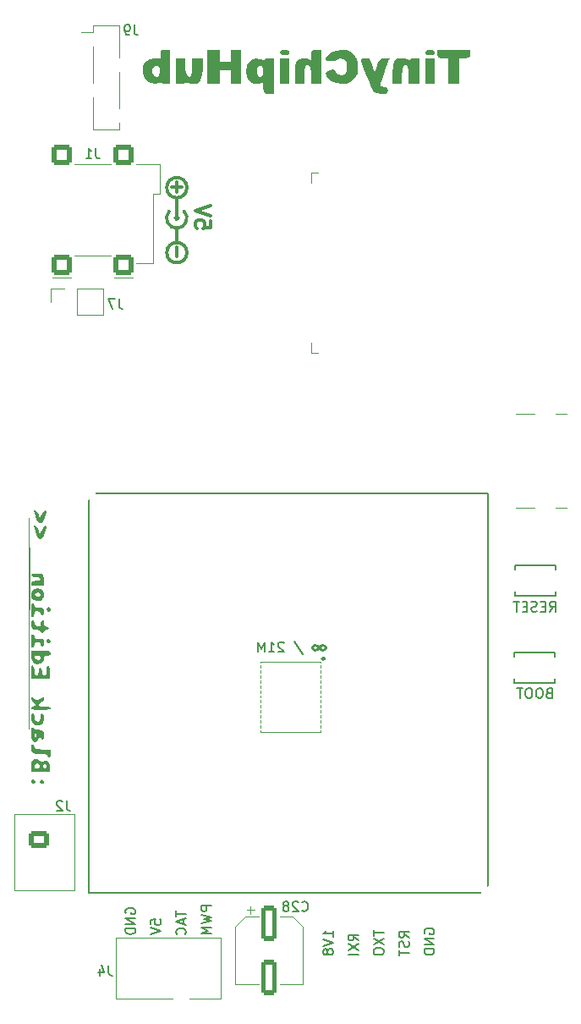
<source format=gbr>
%TF.GenerationSoftware,KiCad,Pcbnew,8.0.1*%
%TF.CreationDate,2024-04-16T22:47:58+08:00*%
%TF.ProjectId,bitaxeUltra,62697461-7865-4556-9c74-72612e6b6963,rev?*%
%TF.SameCoordinates,Original*%
%TF.FileFunction,Legend,Bot*%
%TF.FilePolarity,Positive*%
%FSLAX46Y46*%
G04 Gerber Fmt 4.6, Leading zero omitted, Abs format (unit mm)*
G04 Created by KiCad (PCBNEW 8.0.1) date 2024-04-16 22:47:58*
%MOMM*%
%LPD*%
G01*
G04 APERTURE LIST*
G04 Aperture macros list*
%AMRoundRect*
0 Rectangle with rounded corners*
0 $1 Rounding radius*
0 $2 $3 $4 $5 $6 $7 $8 $9 X,Y pos of 4 corners*
0 Add a 4 corners polygon primitive as box body*
4,1,4,$2,$3,$4,$5,$6,$7,$8,$9,$2,$3,0*
0 Add four circle primitives for the rounded corners*
1,1,$1+$1,$2,$3*
1,1,$1+$1,$4,$5*
1,1,$1+$1,$6,$7*
1,1,$1+$1,$8,$9*
0 Add four rect primitives between the rounded corners*
20,1,$1+$1,$2,$3,$4,$5,0*
20,1,$1+$1,$4,$5,$6,$7,0*
20,1,$1+$1,$6,$7,$8,$9,0*
20,1,$1+$1,$8,$9,$2,$3,0*%
G04 Aperture macros list end*
%ADD10C,0.150000*%
%ADD11C,0.250000*%
%ADD12C,0.300000*%
%ADD13C,0.120000*%
%ADD14C,0.000000*%
%ADD15C,0.050000*%
%ADD16C,0.227485*%
%ADD17C,0.152400*%
%ADD18C,0.310000*%
%ADD19C,3.000000*%
%ADD20C,0.800000*%
%ADD21C,6.000000*%
%ADD22C,0.400000*%
%ADD23C,1.295400*%
%ADD24C,1.574800*%
%ADD25R,1.900000X1.000000*%
%ADD26C,2.000000*%
%ADD27R,1.700000X1.700000*%
%ADD28O,1.700000X1.700000*%
%ADD29C,0.650000*%
%ADD30R,1.150000X0.600000*%
%ADD31R,1.150000X0.300000*%
%ADD32O,1.800000X1.000000*%
%ADD33O,2.100000X1.000000*%
%ADD34R,0.900000X1.500000*%
%ADD35R,1.500000X0.900000*%
%ADD36R,0.900000X0.900000*%
%ADD37R,0.792000X0.221000*%
%ADD38R,4.277000X1.810000*%
%ADD39R,4.277000X4.530000*%
%ADD40RoundRect,0.250000X-0.550000X1.500000X-0.550000X-1.500000X0.550000X-1.500000X0.550000X1.500000X0*%
%ADD41C,1.600000*%
%ADD42C,1.800000*%
%ADD43RoundRect,0.250000X0.750000X-0.750000X0.750000X0.750000X-0.750000X0.750000X-0.750000X-0.750000X0*%
%ADD44R,0.508000X1.524000*%
%ADD45RoundRect,0.250000X-0.750000X0.600000X-0.750000X-0.600000X0.750000X-0.600000X0.750000X0.600000X0*%
%ADD46O,2.000000X1.700000*%
G04 APERTURE END LIST*
D10*
X85450000Y-95700000D02*
X125430000Y-95700000D01*
X125430000Y-135690000D01*
X85450000Y-135690000D01*
X85450000Y-95700000D01*
X117502319Y-140152046D02*
X117026128Y-139818713D01*
X117502319Y-139580618D02*
X116502319Y-139580618D01*
X116502319Y-139580618D02*
X116502319Y-139961570D01*
X116502319Y-139961570D02*
X116549938Y-140056808D01*
X116549938Y-140056808D02*
X116597557Y-140104427D01*
X116597557Y-140104427D02*
X116692795Y-140152046D01*
X116692795Y-140152046D02*
X116835652Y-140152046D01*
X116835652Y-140152046D02*
X116930890Y-140104427D01*
X116930890Y-140104427D02*
X116978509Y-140056808D01*
X116978509Y-140056808D02*
X117026128Y-139961570D01*
X117026128Y-139961570D02*
X117026128Y-139580618D01*
X117454700Y-140532999D02*
X117502319Y-140675856D01*
X117502319Y-140675856D02*
X117502319Y-140913951D01*
X117502319Y-140913951D02*
X117454700Y-141009189D01*
X117454700Y-141009189D02*
X117407080Y-141056808D01*
X117407080Y-141056808D02*
X117311842Y-141104427D01*
X117311842Y-141104427D02*
X117216604Y-141104427D01*
X117216604Y-141104427D02*
X117121366Y-141056808D01*
X117121366Y-141056808D02*
X117073747Y-141009189D01*
X117073747Y-141009189D02*
X117026128Y-140913951D01*
X117026128Y-140913951D02*
X116978509Y-140723475D01*
X116978509Y-140723475D02*
X116930890Y-140628237D01*
X116930890Y-140628237D02*
X116883271Y-140580618D01*
X116883271Y-140580618D02*
X116788033Y-140532999D01*
X116788033Y-140532999D02*
X116692795Y-140532999D01*
X116692795Y-140532999D02*
X116597557Y-140580618D01*
X116597557Y-140580618D02*
X116549938Y-140628237D01*
X116549938Y-140628237D02*
X116502319Y-140723475D01*
X116502319Y-140723475D02*
X116502319Y-140961570D01*
X116502319Y-140961570D02*
X116549938Y-141104427D01*
X116502319Y-141390142D02*
X116502319Y-141961570D01*
X117502319Y-141675856D02*
X116502319Y-141675856D01*
X91663819Y-138827523D02*
X91663819Y-138351333D01*
X91663819Y-138351333D02*
X92140009Y-138303714D01*
X92140009Y-138303714D02*
X92092390Y-138351333D01*
X92092390Y-138351333D02*
X92044771Y-138446571D01*
X92044771Y-138446571D02*
X92044771Y-138684666D01*
X92044771Y-138684666D02*
X92092390Y-138779904D01*
X92092390Y-138779904D02*
X92140009Y-138827523D01*
X92140009Y-138827523D02*
X92235247Y-138875142D01*
X92235247Y-138875142D02*
X92473342Y-138875142D01*
X92473342Y-138875142D02*
X92568580Y-138827523D01*
X92568580Y-138827523D02*
X92616200Y-138779904D01*
X92616200Y-138779904D02*
X92663819Y-138684666D01*
X92663819Y-138684666D02*
X92663819Y-138446571D01*
X92663819Y-138446571D02*
X92616200Y-138351333D01*
X92616200Y-138351333D02*
X92568580Y-138303714D01*
X91663819Y-139160857D02*
X92663819Y-139494190D01*
X92663819Y-139494190D02*
X91663819Y-139827523D01*
X109904819Y-140056809D02*
X109904819Y-139485381D01*
X109904819Y-139771095D02*
X108904819Y-139771095D01*
X108904819Y-139771095D02*
X109047676Y-139675857D01*
X109047676Y-139675857D02*
X109142914Y-139580619D01*
X109142914Y-139580619D02*
X109190533Y-139485381D01*
X108904819Y-140342524D02*
X109904819Y-140675857D01*
X109904819Y-140675857D02*
X108904819Y-141009190D01*
X109333390Y-141485381D02*
X109285771Y-141390143D01*
X109285771Y-141390143D02*
X109238152Y-141342524D01*
X109238152Y-141342524D02*
X109142914Y-141294905D01*
X109142914Y-141294905D02*
X109095295Y-141294905D01*
X109095295Y-141294905D02*
X109000057Y-141342524D01*
X109000057Y-141342524D02*
X108952438Y-141390143D01*
X108952438Y-141390143D02*
X108904819Y-141485381D01*
X108904819Y-141485381D02*
X108904819Y-141675857D01*
X108904819Y-141675857D02*
X108952438Y-141771095D01*
X108952438Y-141771095D02*
X109000057Y-141818714D01*
X109000057Y-141818714D02*
X109095295Y-141866333D01*
X109095295Y-141866333D02*
X109142914Y-141866333D01*
X109142914Y-141866333D02*
X109238152Y-141818714D01*
X109238152Y-141818714D02*
X109285771Y-141771095D01*
X109285771Y-141771095D02*
X109333390Y-141675857D01*
X109333390Y-141675857D02*
X109333390Y-141485381D01*
X109333390Y-141485381D02*
X109381009Y-141390143D01*
X109381009Y-141390143D02*
X109428628Y-141342524D01*
X109428628Y-141342524D02*
X109523866Y-141294905D01*
X109523866Y-141294905D02*
X109714342Y-141294905D01*
X109714342Y-141294905D02*
X109809580Y-141342524D01*
X109809580Y-141342524D02*
X109857200Y-141390143D01*
X109857200Y-141390143D02*
X109904819Y-141485381D01*
X109904819Y-141485381D02*
X109904819Y-141675857D01*
X109904819Y-141675857D02*
X109857200Y-141771095D01*
X109857200Y-141771095D02*
X109809580Y-141818714D01*
X109809580Y-141818714D02*
X109714342Y-141866333D01*
X109714342Y-141866333D02*
X109523866Y-141866333D01*
X109523866Y-141866333D02*
X109428628Y-141818714D01*
X109428628Y-141818714D02*
X109381009Y-141771095D01*
X109381009Y-141771095D02*
X109333390Y-141675857D01*
X106026190Y-110517200D02*
X106883332Y-111802914D01*
X104978570Y-110660057D02*
X104930951Y-110612438D01*
X104930951Y-110612438D02*
X104835713Y-110564819D01*
X104835713Y-110564819D02*
X104597618Y-110564819D01*
X104597618Y-110564819D02*
X104502380Y-110612438D01*
X104502380Y-110612438D02*
X104454761Y-110660057D01*
X104454761Y-110660057D02*
X104407142Y-110755295D01*
X104407142Y-110755295D02*
X104407142Y-110850533D01*
X104407142Y-110850533D02*
X104454761Y-110993390D01*
X104454761Y-110993390D02*
X105026189Y-111564819D01*
X105026189Y-111564819D02*
X104407142Y-111564819D01*
X103454761Y-111564819D02*
X104026189Y-111564819D01*
X103740475Y-111564819D02*
X103740475Y-110564819D01*
X103740475Y-110564819D02*
X103835713Y-110707676D01*
X103835713Y-110707676D02*
X103930951Y-110802914D01*
X103930951Y-110802914D02*
X104026189Y-110850533D01*
X103026189Y-111564819D02*
X103026189Y-110564819D01*
X103026189Y-110564819D02*
X102692856Y-111279104D01*
X102692856Y-111279104D02*
X102359523Y-110564819D01*
X102359523Y-110564819D02*
X102359523Y-111564819D01*
D11*
X108279523Y-110919857D02*
X108089047Y-110824619D01*
X108089047Y-110824619D02*
X107898571Y-110919857D01*
X107898571Y-110919857D02*
X107803333Y-111110333D01*
X107803333Y-111110333D02*
X107898571Y-111300809D01*
X107898571Y-111300809D02*
X108089047Y-111396047D01*
X108089047Y-111396047D02*
X108279523Y-111300809D01*
X108279523Y-111300809D02*
X108660475Y-110919857D01*
X108660475Y-110919857D02*
X108850952Y-110824619D01*
X108850952Y-110824619D02*
X109041428Y-110919857D01*
X109041428Y-110919857D02*
X109136666Y-111110333D01*
X109136666Y-111110333D02*
X109041428Y-111300809D01*
X109041428Y-111300809D02*
X108850952Y-111396047D01*
X108850952Y-111396047D02*
X108660475Y-111300809D01*
X108660475Y-111300809D02*
X108279523Y-110919857D01*
D12*
X97624171Y-68406203D02*
X97624171Y-69120489D01*
X97624171Y-69120489D02*
X96909885Y-69191917D01*
X96909885Y-69191917D02*
X96981314Y-69120489D01*
X96981314Y-69120489D02*
X97052742Y-68977632D01*
X97052742Y-68977632D02*
X97052742Y-68620489D01*
X97052742Y-68620489D02*
X96981314Y-68477632D01*
X96981314Y-68477632D02*
X96909885Y-68406203D01*
X96909885Y-68406203D02*
X96767028Y-68334774D01*
X96767028Y-68334774D02*
X96409885Y-68334774D01*
X96409885Y-68334774D02*
X96267028Y-68406203D01*
X96267028Y-68406203D02*
X96195600Y-68477632D01*
X96195600Y-68477632D02*
X96124171Y-68620489D01*
X96124171Y-68620489D02*
X96124171Y-68977632D01*
X96124171Y-68977632D02*
X96195600Y-69120489D01*
X96195600Y-69120489D02*
X96267028Y-69191917D01*
X97624171Y-67906203D02*
X96124171Y-67406203D01*
X96124171Y-67406203D02*
X97624171Y-66906203D01*
D10*
X112437319Y-140437762D02*
X111961128Y-140104429D01*
X112437319Y-139866334D02*
X111437319Y-139866334D01*
X111437319Y-139866334D02*
X111437319Y-140247286D01*
X111437319Y-140247286D02*
X111484938Y-140342524D01*
X111484938Y-140342524D02*
X111532557Y-140390143D01*
X111532557Y-140390143D02*
X111627795Y-140437762D01*
X111627795Y-140437762D02*
X111770652Y-140437762D01*
X111770652Y-140437762D02*
X111865890Y-140390143D01*
X111865890Y-140390143D02*
X111913509Y-140342524D01*
X111913509Y-140342524D02*
X111961128Y-140247286D01*
X111961128Y-140247286D02*
X111961128Y-139866334D01*
X111437319Y-140771096D02*
X112437319Y-141437762D01*
X111437319Y-141437762D02*
X112437319Y-140771096D01*
X112437319Y-141818715D02*
X111437319Y-141818715D01*
X97719819Y-136958238D02*
X96719819Y-136958238D01*
X96719819Y-136958238D02*
X96719819Y-137339190D01*
X96719819Y-137339190D02*
X96767438Y-137434428D01*
X96767438Y-137434428D02*
X96815057Y-137482047D01*
X96815057Y-137482047D02*
X96910295Y-137529666D01*
X96910295Y-137529666D02*
X97053152Y-137529666D01*
X97053152Y-137529666D02*
X97148390Y-137482047D01*
X97148390Y-137482047D02*
X97196009Y-137434428D01*
X97196009Y-137434428D02*
X97243628Y-137339190D01*
X97243628Y-137339190D02*
X97243628Y-136958238D01*
X96719819Y-137863000D02*
X97719819Y-138101095D01*
X97719819Y-138101095D02*
X97005533Y-138291571D01*
X97005533Y-138291571D02*
X97719819Y-138482047D01*
X97719819Y-138482047D02*
X96719819Y-138720143D01*
X97719819Y-139101095D02*
X96719819Y-139101095D01*
X96719819Y-139101095D02*
X97434104Y-139434428D01*
X97434104Y-139434428D02*
X96719819Y-139767761D01*
X96719819Y-139767761D02*
X97719819Y-139767761D01*
X119082438Y-139771095D02*
X119034819Y-139675857D01*
X119034819Y-139675857D02*
X119034819Y-139533000D01*
X119034819Y-139533000D02*
X119082438Y-139390143D01*
X119082438Y-139390143D02*
X119177676Y-139294905D01*
X119177676Y-139294905D02*
X119272914Y-139247286D01*
X119272914Y-139247286D02*
X119463390Y-139199667D01*
X119463390Y-139199667D02*
X119606247Y-139199667D01*
X119606247Y-139199667D02*
X119796723Y-139247286D01*
X119796723Y-139247286D02*
X119891961Y-139294905D01*
X119891961Y-139294905D02*
X119987200Y-139390143D01*
X119987200Y-139390143D02*
X120034819Y-139533000D01*
X120034819Y-139533000D02*
X120034819Y-139628238D01*
X120034819Y-139628238D02*
X119987200Y-139771095D01*
X119987200Y-139771095D02*
X119939580Y-139818714D01*
X119939580Y-139818714D02*
X119606247Y-139818714D01*
X119606247Y-139818714D02*
X119606247Y-139628238D01*
X120034819Y-140247286D02*
X119034819Y-140247286D01*
X119034819Y-140247286D02*
X120034819Y-140818714D01*
X120034819Y-140818714D02*
X119034819Y-140818714D01*
X120034819Y-141294905D02*
X119034819Y-141294905D01*
X119034819Y-141294905D02*
X119034819Y-141533000D01*
X119034819Y-141533000D02*
X119082438Y-141675857D01*
X119082438Y-141675857D02*
X119177676Y-141771095D01*
X119177676Y-141771095D02*
X119272914Y-141818714D01*
X119272914Y-141818714D02*
X119463390Y-141866333D01*
X119463390Y-141866333D02*
X119606247Y-141866333D01*
X119606247Y-141866333D02*
X119796723Y-141818714D01*
X119796723Y-141818714D02*
X119891961Y-141771095D01*
X119891961Y-141771095D02*
X119987200Y-141675857D01*
X119987200Y-141675857D02*
X120034819Y-141533000D01*
X120034819Y-141533000D02*
X120034819Y-141294905D01*
X113969819Y-139390143D02*
X113969819Y-139961571D01*
X114969819Y-139675857D02*
X113969819Y-139675857D01*
X113969819Y-140199667D02*
X114969819Y-140866333D01*
X113969819Y-140866333D02*
X114969819Y-140199667D01*
X113969819Y-141437762D02*
X113969819Y-141628238D01*
X113969819Y-141628238D02*
X114017438Y-141723476D01*
X114017438Y-141723476D02*
X114112676Y-141818714D01*
X114112676Y-141818714D02*
X114303152Y-141866333D01*
X114303152Y-141866333D02*
X114636485Y-141866333D01*
X114636485Y-141866333D02*
X114826961Y-141818714D01*
X114826961Y-141818714D02*
X114922200Y-141723476D01*
X114922200Y-141723476D02*
X114969819Y-141628238D01*
X114969819Y-141628238D02*
X114969819Y-141437762D01*
X114969819Y-141437762D02*
X114922200Y-141342524D01*
X114922200Y-141342524D02*
X114826961Y-141247286D01*
X114826961Y-141247286D02*
X114636485Y-141199667D01*
X114636485Y-141199667D02*
X114303152Y-141199667D01*
X114303152Y-141199667D02*
X114112676Y-141247286D01*
X114112676Y-141247286D02*
X114017438Y-141342524D01*
X114017438Y-141342524D02*
X113969819Y-141437762D01*
X94187319Y-137482047D02*
X94187319Y-138053475D01*
X95187319Y-137767761D02*
X94187319Y-137767761D01*
X94901604Y-138339190D02*
X94901604Y-138815380D01*
X95187319Y-138243952D02*
X94187319Y-138577285D01*
X94187319Y-138577285D02*
X95187319Y-138910618D01*
X95092080Y-139815380D02*
X95139700Y-139767761D01*
X95139700Y-139767761D02*
X95187319Y-139624904D01*
X95187319Y-139624904D02*
X95187319Y-139529666D01*
X95187319Y-139529666D02*
X95139700Y-139386809D01*
X95139700Y-139386809D02*
X95044461Y-139291571D01*
X95044461Y-139291571D02*
X94949223Y-139243952D01*
X94949223Y-139243952D02*
X94758747Y-139196333D01*
X94758747Y-139196333D02*
X94615890Y-139196333D01*
X94615890Y-139196333D02*
X94425414Y-139243952D01*
X94425414Y-139243952D02*
X94330176Y-139291571D01*
X94330176Y-139291571D02*
X94234938Y-139386809D01*
X94234938Y-139386809D02*
X94187319Y-139529666D01*
X94187319Y-139529666D02*
X94187319Y-139624904D01*
X94187319Y-139624904D02*
X94234938Y-139767761D01*
X94234938Y-139767761D02*
X94282557Y-139815380D01*
X89169938Y-137720143D02*
X89122319Y-137624905D01*
X89122319Y-137624905D02*
X89122319Y-137482048D01*
X89122319Y-137482048D02*
X89169938Y-137339191D01*
X89169938Y-137339191D02*
X89265176Y-137243953D01*
X89265176Y-137243953D02*
X89360414Y-137196334D01*
X89360414Y-137196334D02*
X89550890Y-137148715D01*
X89550890Y-137148715D02*
X89693747Y-137148715D01*
X89693747Y-137148715D02*
X89884223Y-137196334D01*
X89884223Y-137196334D02*
X89979461Y-137243953D01*
X89979461Y-137243953D02*
X90074700Y-137339191D01*
X90074700Y-137339191D02*
X90122319Y-137482048D01*
X90122319Y-137482048D02*
X90122319Y-137577286D01*
X90122319Y-137577286D02*
X90074700Y-137720143D01*
X90074700Y-137720143D02*
X90027080Y-137767762D01*
X90027080Y-137767762D02*
X89693747Y-137767762D01*
X89693747Y-137767762D02*
X89693747Y-137577286D01*
X90122319Y-138196334D02*
X89122319Y-138196334D01*
X89122319Y-138196334D02*
X90122319Y-138767762D01*
X90122319Y-138767762D02*
X89122319Y-138767762D01*
X90122319Y-139243953D02*
X89122319Y-139243953D01*
X89122319Y-139243953D02*
X89122319Y-139482048D01*
X89122319Y-139482048D02*
X89169938Y-139624905D01*
X89169938Y-139624905D02*
X89265176Y-139720143D01*
X89265176Y-139720143D02*
X89360414Y-139767762D01*
X89360414Y-139767762D02*
X89550890Y-139815381D01*
X89550890Y-139815381D02*
X89693747Y-139815381D01*
X89693747Y-139815381D02*
X89884223Y-139767762D01*
X89884223Y-139767762D02*
X89979461Y-139720143D01*
X89979461Y-139720143D02*
X90074700Y-139624905D01*
X90074700Y-139624905D02*
X90122319Y-139482048D01*
X90122319Y-139482048D02*
X90122319Y-139243953D01*
X87423333Y-142934819D02*
X87423333Y-143649104D01*
X87423333Y-143649104D02*
X87470952Y-143791961D01*
X87470952Y-143791961D02*
X87566190Y-143887200D01*
X87566190Y-143887200D02*
X87709047Y-143934819D01*
X87709047Y-143934819D02*
X87804285Y-143934819D01*
X86518571Y-143268152D02*
X86518571Y-143934819D01*
X86756666Y-142887200D02*
X86994761Y-143601485D01*
X86994761Y-143601485D02*
X86375714Y-143601485D01*
X90013333Y-48834819D02*
X90013333Y-49549104D01*
X90013333Y-49549104D02*
X90060952Y-49691961D01*
X90060952Y-49691961D02*
X90156190Y-49787200D01*
X90156190Y-49787200D02*
X90299047Y-49834819D01*
X90299047Y-49834819D02*
X90394285Y-49834819D01*
X89489523Y-49834819D02*
X89299047Y-49834819D01*
X89299047Y-49834819D02*
X89203809Y-49787200D01*
X89203809Y-49787200D02*
X89156190Y-49739580D01*
X89156190Y-49739580D02*
X89060952Y-49596723D01*
X89060952Y-49596723D02*
X89013333Y-49406247D01*
X89013333Y-49406247D02*
X89013333Y-49025295D01*
X89013333Y-49025295D02*
X89060952Y-48930057D01*
X89060952Y-48930057D02*
X89108571Y-48882438D01*
X89108571Y-48882438D02*
X89203809Y-48834819D01*
X89203809Y-48834819D02*
X89394285Y-48834819D01*
X89394285Y-48834819D02*
X89489523Y-48882438D01*
X89489523Y-48882438D02*
X89537142Y-48930057D01*
X89537142Y-48930057D02*
X89584761Y-49025295D01*
X89584761Y-49025295D02*
X89584761Y-49263390D01*
X89584761Y-49263390D02*
X89537142Y-49358628D01*
X89537142Y-49358628D02*
X89489523Y-49406247D01*
X89489523Y-49406247D02*
X89394285Y-49453866D01*
X89394285Y-49453866D02*
X89203809Y-49453866D01*
X89203809Y-49453866D02*
X89108571Y-49406247D01*
X89108571Y-49406247D02*
X89060952Y-49358628D01*
X89060952Y-49358628D02*
X89013333Y-49263390D01*
X88483333Y-76224819D02*
X88483333Y-76939104D01*
X88483333Y-76939104D02*
X88530952Y-77081961D01*
X88530952Y-77081961D02*
X88626190Y-77177200D01*
X88626190Y-77177200D02*
X88769047Y-77224819D01*
X88769047Y-77224819D02*
X88864285Y-77224819D01*
X88102380Y-76224819D02*
X87435714Y-76224819D01*
X87435714Y-76224819D02*
X87864285Y-77224819D01*
X106790857Y-137434580D02*
X106838476Y-137482200D01*
X106838476Y-137482200D02*
X106981333Y-137529819D01*
X106981333Y-137529819D02*
X107076571Y-137529819D01*
X107076571Y-137529819D02*
X107219428Y-137482200D01*
X107219428Y-137482200D02*
X107314666Y-137386961D01*
X107314666Y-137386961D02*
X107362285Y-137291723D01*
X107362285Y-137291723D02*
X107409904Y-137101247D01*
X107409904Y-137101247D02*
X107409904Y-136958390D01*
X107409904Y-136958390D02*
X107362285Y-136767914D01*
X107362285Y-136767914D02*
X107314666Y-136672676D01*
X107314666Y-136672676D02*
X107219428Y-136577438D01*
X107219428Y-136577438D02*
X107076571Y-136529819D01*
X107076571Y-136529819D02*
X106981333Y-136529819D01*
X106981333Y-136529819D02*
X106838476Y-136577438D01*
X106838476Y-136577438D02*
X106790857Y-136625057D01*
X106409904Y-136625057D02*
X106362285Y-136577438D01*
X106362285Y-136577438D02*
X106267047Y-136529819D01*
X106267047Y-136529819D02*
X106028952Y-136529819D01*
X106028952Y-136529819D02*
X105933714Y-136577438D01*
X105933714Y-136577438D02*
X105886095Y-136625057D01*
X105886095Y-136625057D02*
X105838476Y-136720295D01*
X105838476Y-136720295D02*
X105838476Y-136815533D01*
X105838476Y-136815533D02*
X105886095Y-136958390D01*
X105886095Y-136958390D02*
X106457523Y-137529819D01*
X106457523Y-137529819D02*
X105838476Y-137529819D01*
X105267047Y-136958390D02*
X105362285Y-136910771D01*
X105362285Y-136910771D02*
X105409904Y-136863152D01*
X105409904Y-136863152D02*
X105457523Y-136767914D01*
X105457523Y-136767914D02*
X105457523Y-136720295D01*
X105457523Y-136720295D02*
X105409904Y-136625057D01*
X105409904Y-136625057D02*
X105362285Y-136577438D01*
X105362285Y-136577438D02*
X105267047Y-136529819D01*
X105267047Y-136529819D02*
X105076571Y-136529819D01*
X105076571Y-136529819D02*
X104981333Y-136577438D01*
X104981333Y-136577438D02*
X104933714Y-136625057D01*
X104933714Y-136625057D02*
X104886095Y-136720295D01*
X104886095Y-136720295D02*
X104886095Y-136767914D01*
X104886095Y-136767914D02*
X104933714Y-136863152D01*
X104933714Y-136863152D02*
X104981333Y-136910771D01*
X104981333Y-136910771D02*
X105076571Y-136958390D01*
X105076571Y-136958390D02*
X105267047Y-136958390D01*
X105267047Y-136958390D02*
X105362285Y-137006009D01*
X105362285Y-137006009D02*
X105409904Y-137053628D01*
X105409904Y-137053628D02*
X105457523Y-137148866D01*
X105457523Y-137148866D02*
X105457523Y-137339342D01*
X105457523Y-137339342D02*
X105409904Y-137434580D01*
X105409904Y-137434580D02*
X105362285Y-137482200D01*
X105362285Y-137482200D02*
X105267047Y-137529819D01*
X105267047Y-137529819D02*
X105076571Y-137529819D01*
X105076571Y-137529819D02*
X104981333Y-137482200D01*
X104981333Y-137482200D02*
X104933714Y-137434580D01*
X104933714Y-137434580D02*
X104886095Y-137339342D01*
X104886095Y-137339342D02*
X104886095Y-137148866D01*
X104886095Y-137148866D02*
X104933714Y-137053628D01*
X104933714Y-137053628D02*
X104981333Y-137006009D01*
X104981333Y-137006009D02*
X105076571Y-136958390D01*
X86173333Y-61194819D02*
X86173333Y-61909104D01*
X86173333Y-61909104D02*
X86220952Y-62051961D01*
X86220952Y-62051961D02*
X86316190Y-62147200D01*
X86316190Y-62147200D02*
X86459047Y-62194819D01*
X86459047Y-62194819D02*
X86554285Y-62194819D01*
X85173333Y-62194819D02*
X85744761Y-62194819D01*
X85459047Y-62194819D02*
X85459047Y-61194819D01*
X85459047Y-61194819D02*
X85554285Y-61337676D01*
X85554285Y-61337676D02*
X85649523Y-61432914D01*
X85649523Y-61432914D02*
X85744761Y-61480533D01*
X131608381Y-107530819D02*
X131941714Y-107054628D01*
X132179809Y-107530819D02*
X132179809Y-106530819D01*
X132179809Y-106530819D02*
X131798857Y-106530819D01*
X131798857Y-106530819D02*
X131703619Y-106578438D01*
X131703619Y-106578438D02*
X131656000Y-106626057D01*
X131656000Y-106626057D02*
X131608381Y-106721295D01*
X131608381Y-106721295D02*
X131608381Y-106864152D01*
X131608381Y-106864152D02*
X131656000Y-106959390D01*
X131656000Y-106959390D02*
X131703619Y-107007009D01*
X131703619Y-107007009D02*
X131798857Y-107054628D01*
X131798857Y-107054628D02*
X132179809Y-107054628D01*
X131179809Y-107007009D02*
X130846476Y-107007009D01*
X130703619Y-107530819D02*
X131179809Y-107530819D01*
X131179809Y-107530819D02*
X131179809Y-106530819D01*
X131179809Y-106530819D02*
X130703619Y-106530819D01*
X130322666Y-107483200D02*
X130179809Y-107530819D01*
X130179809Y-107530819D02*
X129941714Y-107530819D01*
X129941714Y-107530819D02*
X129846476Y-107483200D01*
X129846476Y-107483200D02*
X129798857Y-107435580D01*
X129798857Y-107435580D02*
X129751238Y-107340342D01*
X129751238Y-107340342D02*
X129751238Y-107245104D01*
X129751238Y-107245104D02*
X129798857Y-107149866D01*
X129798857Y-107149866D02*
X129846476Y-107102247D01*
X129846476Y-107102247D02*
X129941714Y-107054628D01*
X129941714Y-107054628D02*
X130132190Y-107007009D01*
X130132190Y-107007009D02*
X130227428Y-106959390D01*
X130227428Y-106959390D02*
X130275047Y-106911771D01*
X130275047Y-106911771D02*
X130322666Y-106816533D01*
X130322666Y-106816533D02*
X130322666Y-106721295D01*
X130322666Y-106721295D02*
X130275047Y-106626057D01*
X130275047Y-106626057D02*
X130227428Y-106578438D01*
X130227428Y-106578438D02*
X130132190Y-106530819D01*
X130132190Y-106530819D02*
X129894095Y-106530819D01*
X129894095Y-106530819D02*
X129751238Y-106578438D01*
X129322666Y-107007009D02*
X128989333Y-107007009D01*
X128846476Y-107530819D02*
X129322666Y-107530819D01*
X129322666Y-107530819D02*
X129322666Y-106530819D01*
X129322666Y-106530819D02*
X128846476Y-106530819D01*
X128560761Y-106530819D02*
X127989333Y-106530819D01*
X128275047Y-107530819D02*
X128275047Y-106530819D01*
D12*
X94259766Y-65525012D02*
X94259766Y-64572632D01*
X93783576Y-65048822D02*
X94735957Y-65048822D01*
X94269766Y-72035012D02*
X94269766Y-71082632D01*
D10*
X83228333Y-126441819D02*
X83228333Y-127156104D01*
X83228333Y-127156104D02*
X83275952Y-127298961D01*
X83275952Y-127298961D02*
X83371190Y-127394200D01*
X83371190Y-127394200D02*
X83514047Y-127441819D01*
X83514047Y-127441819D02*
X83609285Y-127441819D01*
X82799761Y-126537057D02*
X82752142Y-126489438D01*
X82752142Y-126489438D02*
X82656904Y-126441819D01*
X82656904Y-126441819D02*
X82418809Y-126441819D01*
X82418809Y-126441819D02*
X82323571Y-126489438D01*
X82323571Y-126489438D02*
X82275952Y-126537057D01*
X82275952Y-126537057D02*
X82228333Y-126632295D01*
X82228333Y-126632295D02*
X82228333Y-126727533D01*
X82228333Y-126727533D02*
X82275952Y-126870390D01*
X82275952Y-126870390D02*
X82847380Y-127441819D01*
X82847380Y-127441819D02*
X82228333Y-127441819D01*
X131514142Y-115659009D02*
X131371285Y-115706628D01*
X131371285Y-115706628D02*
X131323666Y-115754247D01*
X131323666Y-115754247D02*
X131276047Y-115849485D01*
X131276047Y-115849485D02*
X131276047Y-115992342D01*
X131276047Y-115992342D02*
X131323666Y-116087580D01*
X131323666Y-116087580D02*
X131371285Y-116135200D01*
X131371285Y-116135200D02*
X131466523Y-116182819D01*
X131466523Y-116182819D02*
X131847475Y-116182819D01*
X131847475Y-116182819D02*
X131847475Y-115182819D01*
X131847475Y-115182819D02*
X131514142Y-115182819D01*
X131514142Y-115182819D02*
X131418904Y-115230438D01*
X131418904Y-115230438D02*
X131371285Y-115278057D01*
X131371285Y-115278057D02*
X131323666Y-115373295D01*
X131323666Y-115373295D02*
X131323666Y-115468533D01*
X131323666Y-115468533D02*
X131371285Y-115563771D01*
X131371285Y-115563771D02*
X131418904Y-115611390D01*
X131418904Y-115611390D02*
X131514142Y-115659009D01*
X131514142Y-115659009D02*
X131847475Y-115659009D01*
X130656999Y-115182819D02*
X130466523Y-115182819D01*
X130466523Y-115182819D02*
X130371285Y-115230438D01*
X130371285Y-115230438D02*
X130276047Y-115325676D01*
X130276047Y-115325676D02*
X130228428Y-115516152D01*
X130228428Y-115516152D02*
X130228428Y-115849485D01*
X130228428Y-115849485D02*
X130276047Y-116039961D01*
X130276047Y-116039961D02*
X130371285Y-116135200D01*
X130371285Y-116135200D02*
X130466523Y-116182819D01*
X130466523Y-116182819D02*
X130656999Y-116182819D01*
X130656999Y-116182819D02*
X130752237Y-116135200D01*
X130752237Y-116135200D02*
X130847475Y-116039961D01*
X130847475Y-116039961D02*
X130895094Y-115849485D01*
X130895094Y-115849485D02*
X130895094Y-115516152D01*
X130895094Y-115516152D02*
X130847475Y-115325676D01*
X130847475Y-115325676D02*
X130752237Y-115230438D01*
X130752237Y-115230438D02*
X130656999Y-115182819D01*
X129609380Y-115182819D02*
X129418904Y-115182819D01*
X129418904Y-115182819D02*
X129323666Y-115230438D01*
X129323666Y-115230438D02*
X129228428Y-115325676D01*
X129228428Y-115325676D02*
X129180809Y-115516152D01*
X129180809Y-115516152D02*
X129180809Y-115849485D01*
X129180809Y-115849485D02*
X129228428Y-116039961D01*
X129228428Y-116039961D02*
X129323666Y-116135200D01*
X129323666Y-116135200D02*
X129418904Y-116182819D01*
X129418904Y-116182819D02*
X129609380Y-116182819D01*
X129609380Y-116182819D02*
X129704618Y-116135200D01*
X129704618Y-116135200D02*
X129799856Y-116039961D01*
X129799856Y-116039961D02*
X129847475Y-115849485D01*
X129847475Y-115849485D02*
X129847475Y-115516152D01*
X129847475Y-115516152D02*
X129799856Y-115325676D01*
X129799856Y-115325676D02*
X129704618Y-115230438D01*
X129704618Y-115230438D02*
X129609380Y-115182819D01*
X128895094Y-115182819D02*
X128323666Y-115182819D01*
X128609380Y-116182819D02*
X128609380Y-115182819D01*
D13*
%TO.C,J4*%
X88198600Y-140193000D02*
X98663400Y-140193000D01*
X88198600Y-146289000D02*
X88198600Y-140193000D01*
X93861825Y-146289000D02*
X88198600Y-146289000D01*
X98663400Y-140193000D02*
X98663400Y-146289000D01*
X98663400Y-146289000D02*
X95540175Y-146289000D01*
%TO.C,J9*%
X88535000Y-59330000D02*
X85875000Y-59330000D01*
X88535000Y-58660000D02*
X88535000Y-59330000D01*
X88535000Y-53580000D02*
X88535000Y-57140000D01*
X88535000Y-48850000D02*
X88535000Y-52060000D01*
X88535000Y-48850000D02*
X85875000Y-48850000D01*
X85875000Y-56120000D02*
X85875000Y-59330000D01*
X85875000Y-51040000D02*
X85875000Y-54600000D01*
X85875000Y-49520000D02*
X84665000Y-49520000D01*
X85875000Y-48850000D02*
X85875000Y-49520000D01*
%TO.C,J7*%
X86870000Y-75210000D02*
X86870000Y-77870000D01*
X84270000Y-75210000D02*
X86870000Y-75210000D01*
X84270000Y-75210000D02*
X84270000Y-77870000D01*
X83000000Y-75210000D02*
X81670000Y-75210000D01*
X81670000Y-75210000D02*
X81670000Y-76540000D01*
X84270000Y-77870000D02*
X86870000Y-77870000D01*
%TO.C,J8*%
X132148000Y-87786000D02*
X133298000Y-87786000D01*
X130048000Y-87786000D02*
X128248000Y-87786000D01*
X132148000Y-97126000D02*
X133298000Y-97126000D01*
X130048000Y-97126000D02*
X128248000Y-97126000D01*
%TO.C,U12*%
X107680000Y-81610000D02*
X107680000Y-80610000D01*
X108430000Y-81610000D02*
X107680000Y-81610000D01*
X107680000Y-63610000D02*
X107680000Y-64610000D01*
X108430000Y-63610000D02*
X107680000Y-63610000D01*
D14*
%TO.C,G\u002A\u002A\u002A*%
G36*
X118501554Y-95339509D02*
G01*
X118504814Y-95345777D01*
X118487663Y-95353401D01*
X118476632Y-95351897D01*
X118473772Y-95339509D01*
X118476826Y-95337016D01*
X118501554Y-95339509D01*
G37*
%TO.C,U14*%
D15*
X108612000Y-112568000D02*
X102612000Y-112568000D01*
X102612000Y-119568000D01*
X108612000Y-119568000D01*
X108612000Y-112568000D01*
D16*
X109045742Y-112258000D02*
G75*
G02*
X108818258Y-112258000I-113742J0D01*
G01*
X108818258Y-112258000D02*
G75*
G02*
X109045742Y-112258000I113742J0D01*
G01*
D13*
%TO.C,C28*%
X101642500Y-136982500D02*
X101642500Y-137770000D01*
X101248750Y-137376250D02*
X102036250Y-137376250D01*
X105835563Y-138010000D02*
X104550000Y-138010000D01*
X105835563Y-138010000D02*
X106900000Y-139074437D01*
X101144437Y-138010000D02*
X102430000Y-138010000D01*
X101144437Y-138010000D02*
X100080000Y-139074437D01*
X106900000Y-139074437D02*
X106900000Y-144830000D01*
X100080000Y-139074437D02*
X100080000Y-144830000D01*
X106900000Y-144830000D02*
X104550000Y-144830000D01*
X100080000Y-144830000D02*
X102430000Y-144830000D01*
%TO.C,J1*%
X83685000Y-74110000D02*
X81815000Y-74110000D01*
X89835000Y-74110000D02*
X87965000Y-74110000D01*
X90160000Y-72650000D02*
X91850000Y-72650000D01*
X87620000Y-71950000D02*
X84010000Y-71950000D01*
X91850000Y-65750000D02*
X91850000Y-72650000D01*
X92550000Y-65750000D02*
X91850000Y-65750000D01*
X87640000Y-62750000D02*
X84010000Y-62750000D01*
X92550000Y-62750000D02*
X92550000Y-65750000D01*
X92550000Y-62750000D02*
X90160000Y-62750000D01*
D17*
%TO.C,SW1*%
X132218000Y-105972000D02*
X128154000Y-105972000D01*
X132218000Y-105542740D02*
X132218000Y-105972000D01*
X132218000Y-102924000D02*
X132218000Y-103353260D01*
X128154000Y-105972000D02*
X128154000Y-105542740D01*
X128154000Y-103353260D02*
X128154000Y-102924000D01*
X128154000Y-102924000D02*
X132218000Y-102924000D01*
D14*
%TO.C,G\u002A\u002A\u002A*%
G36*
X120093946Y-53449838D02*
G01*
X120093946Y-54754162D01*
X119613405Y-54754162D01*
X119132865Y-54754162D01*
X119132865Y-53449838D01*
X119132865Y-52145513D01*
X119613405Y-52145513D01*
X120093946Y-52145513D01*
X120093946Y-53449838D01*
G37*
G36*
X105540432Y-53449838D02*
G01*
X105540432Y-54754162D01*
X105059892Y-54754162D01*
X104579351Y-54754162D01*
X104579351Y-53449838D01*
X104579351Y-52145513D01*
X105059892Y-52145513D01*
X105540432Y-52145513D01*
X105540432Y-53449838D01*
G37*
G36*
X119830342Y-51330705D02*
G01*
X120040192Y-51407068D01*
X120093946Y-51596324D01*
X120078238Y-51720288D01*
X119944604Y-51840202D01*
X119613405Y-51870919D01*
X119396468Y-51861943D01*
X119186619Y-51785580D01*
X119132865Y-51596324D01*
X119148572Y-51472360D01*
X119282207Y-51352446D01*
X119613405Y-51321729D01*
X119830342Y-51330705D01*
G37*
G36*
X105276828Y-51330705D02*
G01*
X105486678Y-51407068D01*
X105540432Y-51596324D01*
X105524724Y-51720288D01*
X105391090Y-51840202D01*
X105059892Y-51870919D01*
X104842955Y-51861943D01*
X104633105Y-51785580D01*
X104579351Y-51596324D01*
X104595059Y-51472360D01*
X104728693Y-51352446D01*
X105059892Y-51321729D01*
X105276828Y-51330705D01*
G37*
G36*
X123663675Y-51733621D02*
G01*
X123662809Y-51822067D01*
X123623174Y-52041106D01*
X123466630Y-52129248D01*
X123114486Y-52145513D01*
X122565297Y-52145513D01*
X122565297Y-53449838D01*
X122565297Y-54754162D01*
X122016108Y-54754162D01*
X121466919Y-54754162D01*
X121466919Y-53449838D01*
X121466919Y-52145513D01*
X120917729Y-52145513D01*
X120799802Y-52144863D01*
X120507750Y-52115137D01*
X120390227Y-51997729D01*
X120368540Y-51733621D01*
X120368540Y-51321729D01*
X122016108Y-51321729D01*
X123663675Y-51321729D01*
X123663675Y-51733621D01*
G37*
G36*
X98538270Y-51939567D02*
G01*
X98538270Y-52557405D01*
X99087459Y-52557405D01*
X99636648Y-52557405D01*
X99636648Y-51939567D01*
X99636648Y-51321729D01*
X100185838Y-51321729D01*
X100735027Y-51321729D01*
X100735027Y-53037946D01*
X100735027Y-54754162D01*
X100185838Y-54754162D01*
X99636648Y-54754162D01*
X99636648Y-54067675D01*
X99636648Y-53381189D01*
X99087459Y-53381189D01*
X98538270Y-53381189D01*
X98538270Y-54067675D01*
X98538270Y-54754162D01*
X97920432Y-54754162D01*
X97302594Y-54754162D01*
X97302594Y-53037946D01*
X97302594Y-51321729D01*
X97920432Y-51321729D01*
X98538270Y-51321729D01*
X98538270Y-51939567D01*
G37*
G36*
X95105838Y-52874407D02*
G01*
X95147487Y-53381736D01*
X95264613Y-53784381D01*
X95434460Y-54010818D01*
X95634198Y-54011899D01*
X95703985Y-53889714D01*
X95768447Y-53537792D01*
X95792324Y-53029843D01*
X95792324Y-52145513D01*
X96341513Y-52145513D01*
X96890702Y-52145513D01*
X96890702Y-52960359D01*
X96886877Y-53173750D01*
X96814222Y-53851559D01*
X96659474Y-54358797D01*
X96435897Y-54646292D01*
X96206879Y-54728314D01*
X95778362Y-54734257D01*
X95371406Y-54612034D01*
X95189883Y-54540034D01*
X95105838Y-54612034D01*
X95101680Y-54630701D01*
X94942902Y-54718469D01*
X94625297Y-54754162D01*
X94144756Y-54754162D01*
X94144756Y-53449838D01*
X94144756Y-52145513D01*
X94625297Y-52145513D01*
X95105838Y-52145513D01*
X95105838Y-52874407D01*
G37*
G36*
X118583675Y-53449838D02*
G01*
X118583675Y-54754162D01*
X118034486Y-54754162D01*
X117485297Y-54754162D01*
X117485297Y-53857420D01*
X117484509Y-53714913D01*
X117459824Y-53251508D01*
X117391078Y-52990988D01*
X117265494Y-52876333D01*
X117126849Y-52851475D01*
X116942783Y-52980967D01*
X116836297Y-53346983D01*
X116800913Y-53964702D01*
X116798811Y-54754162D01*
X116318270Y-54754162D01*
X115837729Y-54754162D01*
X115837729Y-53754982D01*
X115839210Y-53590758D01*
X115895272Y-52914604D01*
X116043631Y-52467838D01*
X116299558Y-52221221D01*
X116678325Y-52145513D01*
X117022252Y-52182022D01*
X117357026Y-52287641D01*
X117538549Y-52359641D01*
X117622594Y-52287641D01*
X117626751Y-52268974D01*
X117785530Y-52181206D01*
X118103135Y-52145513D01*
X118583675Y-52145513D01*
X118583675Y-53449838D01*
G37*
G36*
X108698270Y-53037946D02*
G01*
X108698270Y-54754162D01*
X108217729Y-54754162D01*
X107737189Y-54754162D01*
X107735087Y-53964702D01*
X107723753Y-53588492D01*
X107649542Y-53112922D01*
X107500620Y-52880595D01*
X107270505Y-52876333D01*
X107235649Y-52892924D01*
X107124384Y-53036328D01*
X107066994Y-53338820D01*
X107050702Y-53857420D01*
X107050702Y-54754162D01*
X106570162Y-54754162D01*
X106089621Y-54754162D01*
X106089621Y-53700919D01*
X106090161Y-53574007D01*
X106116021Y-52998559D01*
X106188141Y-52625848D01*
X106316847Y-52396594D01*
X106472487Y-52278934D01*
X106856136Y-52162035D01*
X107266351Y-52169485D01*
X107572432Y-52310270D01*
X107661145Y-52363106D01*
X107720679Y-52248563D01*
X107737189Y-51898378D01*
X107738932Y-51689909D01*
X107777108Y-51433820D01*
X107915230Y-51336866D01*
X108217729Y-51321729D01*
X108698270Y-51321729D01*
X108698270Y-53037946D01*
G37*
G36*
X104030162Y-53930378D02*
G01*
X104030162Y-55715243D01*
X103480973Y-55715243D01*
X103293539Y-55713956D01*
X103039720Y-55674771D01*
X102945557Y-55522285D01*
X102931784Y-55179119D01*
X102931784Y-54642994D01*
X102398534Y-54714518D01*
X101946946Y-54693521D01*
X101531047Y-54469182D01*
X101266797Y-54069145D01*
X101180197Y-53535961D01*
X101196711Y-53447957D01*
X102313946Y-53447957D01*
X102320123Y-53646347D01*
X102388861Y-53931979D01*
X102554631Y-54041618D01*
X102763424Y-54008263D01*
X102902815Y-53756683D01*
X102907698Y-53289814D01*
X102907255Y-53285989D01*
X102810109Y-52988351D01*
X102588540Y-52900648D01*
X102430819Y-52931281D01*
X102337142Y-53089409D01*
X102313946Y-53447957D01*
X101196711Y-53447957D01*
X101297247Y-52912182D01*
X101371703Y-52730605D01*
X101691113Y-52320573D01*
X102127642Y-52154786D01*
X102662122Y-52242645D01*
X102690521Y-52253065D01*
X102959156Y-52315122D01*
X103069081Y-52270884D01*
X103073216Y-52254462D01*
X103231956Y-52177012D01*
X103549621Y-52145513D01*
X104030162Y-52145513D01*
X104030162Y-53289814D01*
X104030162Y-53930378D01*
G37*
G36*
X93595567Y-54754162D02*
G01*
X93183675Y-54754162D01*
X93178704Y-54754153D01*
X92891141Y-54716833D01*
X92771784Y-54628791D01*
X92771727Y-54626569D01*
X92657682Y-54581955D01*
X92384105Y-54649752D01*
X92101564Y-54724366D01*
X91604377Y-54680813D01*
X91207530Y-54411522D01*
X90944714Y-53945841D01*
X90896726Y-53626544D01*
X91825883Y-53626544D01*
X91975459Y-53902919D01*
X92066160Y-53983129D01*
X92222594Y-54067675D01*
X92303939Y-54055178D01*
X92505946Y-53878219D01*
X92606719Y-53570677D01*
X92587252Y-53233915D01*
X92428540Y-52969297D01*
X92374733Y-52930815D01*
X92135965Y-52897973D01*
X91941395Y-53051416D01*
X91826281Y-53318492D01*
X91825883Y-53626544D01*
X90896726Y-53626544D01*
X90849621Y-53313118D01*
X90897010Y-52948542D01*
X91141869Y-52498172D01*
X91556168Y-52230127D01*
X92095734Y-52184419D01*
X92271970Y-52207040D01*
X92525954Y-52207528D01*
X92620500Y-52087538D01*
X92634486Y-51789205D01*
X92634526Y-51760965D01*
X92660725Y-51462401D01*
X92792858Y-51343261D01*
X93115027Y-51321729D01*
X93595567Y-51321729D01*
X93595567Y-53037946D01*
X93595567Y-53570677D01*
X93595567Y-54754162D01*
G37*
G36*
X111263876Y-51352708D02*
G01*
X111592324Y-51488452D01*
X111938486Y-51788540D01*
X112116092Y-51974580D01*
X112305556Y-52247920D01*
X112387560Y-52563842D01*
X112405297Y-53037946D01*
X112400267Y-53340728D01*
X112350235Y-53708390D01*
X112210705Y-53985397D01*
X111938486Y-54287351D01*
X111604527Y-54579176D01*
X111277732Y-54720341D01*
X110833290Y-54754162D01*
X110149588Y-54671250D01*
X109606488Y-54412229D01*
X109267616Y-53988437D01*
X109237488Y-53919498D01*
X109174150Y-53631850D01*
X109310657Y-53455009D01*
X109684337Y-53329994D01*
X109763046Y-53313276D01*
X110014519Y-53325931D01*
X110139704Y-53517895D01*
X110182082Y-53609026D01*
X110441341Y-53825108D01*
X110790721Y-53898042D01*
X111102756Y-53791601D01*
X111123011Y-53772617D01*
X111257137Y-53481191D01*
X111306919Y-53018191D01*
X111285217Y-52639539D01*
X111186850Y-52405668D01*
X110969300Y-52260391D01*
X110912969Y-52235977D01*
X110608881Y-52185188D01*
X110290528Y-52330094D01*
X110048779Y-52446123D01*
X109529768Y-52469705D01*
X109422884Y-52447208D01*
X109171215Y-52354939D01*
X109155354Y-52202262D01*
X109353485Y-51921312D01*
X109662255Y-51621850D01*
X110161272Y-51391988D01*
X110831082Y-51321729D01*
X111263876Y-51352708D01*
G37*
G36*
X113327788Y-52151011D02*
G01*
X113532969Y-52214734D01*
X113661476Y-52407059D01*
X113781594Y-52797675D01*
X113875179Y-53134059D01*
X113990287Y-53463418D01*
X114084864Y-53538375D01*
X114185460Y-53366781D01*
X114318620Y-52956486D01*
X114446518Y-52560661D01*
X114575923Y-52319682D01*
X114756533Y-52212803D01*
X115052356Y-52171550D01*
X115143476Y-52165214D01*
X115442500Y-52167127D01*
X115563135Y-52207861D01*
X115548548Y-52263265D01*
X115453659Y-52529258D01*
X115289966Y-52956355D01*
X115080314Y-53484161D01*
X114967976Y-53772396D01*
X114791697Y-54275737D01*
X114683737Y-54658632D01*
X114664113Y-54855147D01*
X114790905Y-54967764D01*
X115078285Y-55028756D01*
X115149113Y-55030525D01*
X115370048Y-55111804D01*
X115425838Y-55372000D01*
X115424560Y-55443124D01*
X115376966Y-55623286D01*
X115205171Y-55699500D01*
X114834241Y-55715243D01*
X114702384Y-55711266D01*
X114290337Y-55651775D01*
X114011638Y-55543621D01*
X113917545Y-55407371D01*
X113744891Y-55061976D01*
X113528319Y-54575718D01*
X113293398Y-54011939D01*
X113065695Y-53433983D01*
X112870780Y-52905194D01*
X112734218Y-52488914D01*
X112681580Y-52248486D01*
X112683867Y-52237866D01*
X112832549Y-52172304D01*
X113142589Y-52145513D01*
X113327788Y-52151011D01*
G37*
D12*
%TO.C,U3*%
X94265000Y-69174270D02*
X94265000Y-70614999D01*
X94265000Y-68155000D02*
X94265000Y-66125165D01*
X94980000Y-67450000D02*
G75*
G02*
X93487677Y-67495970I-724999J-709999D01*
G01*
X95272583Y-71622582D02*
G75*
G02*
X93257417Y-71622582I-1007583J0D01*
G01*
X93257417Y-71622582D02*
G75*
G02*
X95272583Y-71622582I1007583J0D01*
G01*
D18*
X94410000Y-68160000D02*
G75*
G02*
X94100000Y-68160000I-155000J0D01*
G01*
X94100000Y-68160000D02*
G75*
G02*
X94410000Y-68160000I155000J0D01*
G01*
D12*
X95272583Y-65117582D02*
G75*
G02*
X93257417Y-65117582I-1007583J0D01*
G01*
X93257417Y-65117582D02*
G75*
G02*
X95272583Y-65117582I1007583J0D01*
G01*
D14*
%TO.C,G\u002A\u002A\u002A*%
G36*
X81474093Y-110270418D02*
G01*
X81618333Y-110400457D01*
X81603878Y-110586497D01*
X81462710Y-110692993D01*
X81294600Y-110654019D01*
X81215668Y-110475580D01*
X81245923Y-110346097D01*
X81375498Y-110253746D01*
X81474093Y-110270418D01*
G37*
G36*
X80915404Y-124376667D02*
G01*
X80993834Y-124562043D01*
X80957376Y-124705447D01*
X80772000Y-124783877D01*
X80628596Y-124747420D01*
X80550166Y-124562043D01*
X80586623Y-124418639D01*
X80772000Y-124340209D01*
X80915404Y-124376667D01*
G37*
G36*
X80028068Y-124376667D02*
G01*
X80106498Y-124562043D01*
X80070040Y-124705447D01*
X79884664Y-124783877D01*
X79741260Y-124747420D01*
X79662830Y-124562043D01*
X79699287Y-124418639D01*
X79884664Y-124340209D01*
X80028068Y-124376667D01*
G37*
G36*
X81626770Y-107212876D02*
G01*
X81622087Y-107417907D01*
X81574461Y-107502716D01*
X81437502Y-107591738D01*
X81428852Y-107591480D01*
X81290234Y-107495248D01*
X81241486Y-107300838D01*
X81311857Y-107118431D01*
X81357531Y-107082964D01*
X81516461Y-107079872D01*
X81626770Y-107212876D01*
G37*
G36*
X81133594Y-98956456D02*
G01*
X81184422Y-99104618D01*
X81119260Y-99416822D01*
X80936504Y-99904591D01*
X80880916Y-100024875D01*
X80703212Y-100250587D01*
X80518181Y-100255531D01*
X80327568Y-100040356D01*
X80133114Y-99605711D01*
X80113746Y-99551784D01*
X79998024Y-99213784D01*
X79957932Y-99030493D01*
X79990671Y-98954954D01*
X80093441Y-98940209D01*
X80133700Y-98944514D01*
X80296419Y-99077487D01*
X80437288Y-99411607D01*
X80581357Y-99883004D01*
X80741380Y-99411607D01*
X80780500Y-99306637D01*
X80926779Y-99040595D01*
X81070560Y-98940209D01*
X81133594Y-98956456D01*
G37*
G36*
X81133594Y-97403618D02*
G01*
X81184422Y-97551780D01*
X81119260Y-97863983D01*
X80936504Y-98351753D01*
X80880916Y-98472037D01*
X80703212Y-98697748D01*
X80518181Y-98702692D01*
X80327568Y-98487518D01*
X80133114Y-98052873D01*
X80113746Y-97998945D01*
X79998024Y-97660945D01*
X79957932Y-97477654D01*
X79990671Y-97402115D01*
X80093441Y-97387371D01*
X80133700Y-97391675D01*
X80296419Y-97524649D01*
X80437288Y-97858768D01*
X80581357Y-98330166D01*
X80741380Y-97858768D01*
X80780500Y-97753798D01*
X80926779Y-97487756D01*
X81070560Y-97387371D01*
X81133594Y-97403618D01*
G37*
G36*
X79942433Y-117746849D02*
G01*
X79997279Y-117990209D01*
X80029048Y-118273709D01*
X80164495Y-118508376D01*
X80397081Y-118553164D01*
X80408874Y-118550633D01*
X80560613Y-118436875D01*
X80605624Y-118163663D01*
X80609198Y-118052745D01*
X80662290Y-117793105D01*
X80762185Y-117699301D01*
X80887249Y-117799317D01*
X80955712Y-117960586D01*
X80982103Y-118331198D01*
X80879015Y-118690733D01*
X80712794Y-118835578D01*
X80417078Y-118904735D01*
X80094622Y-118871049D01*
X79837128Y-118730977D01*
X79740931Y-118575481D01*
X79672039Y-118300402D01*
X79663402Y-118009471D01*
X79715598Y-117778972D01*
X79829205Y-117685187D01*
X79942433Y-117746849D01*
G37*
G36*
X80958265Y-106032933D02*
G01*
X80825526Y-106302279D01*
X80627582Y-106421124D01*
X80328332Y-106482567D01*
X79962379Y-106395215D01*
X79737647Y-106149896D01*
X79690590Y-105818584D01*
X80051039Y-105818584D01*
X80078606Y-105900204D01*
X80238934Y-106001301D01*
X80450860Y-106016231D01*
X80607677Y-105924661D01*
X80630107Y-105861825D01*
X80574466Y-105686082D01*
X80541285Y-105658506D01*
X80338464Y-105606747D01*
X80140280Y-105668908D01*
X80051039Y-105818584D01*
X79690590Y-105818584D01*
X79684569Y-105776195D01*
X79793177Y-105468702D01*
X80026024Y-105271679D01*
X80320924Y-105203917D01*
X80617291Y-105265415D01*
X80854543Y-105456174D01*
X80972095Y-105776195D01*
X80967482Y-105861825D01*
X80958265Y-106032933D01*
G37*
G36*
X79967044Y-120872379D02*
G01*
X80050840Y-121069637D01*
X80051131Y-121087691D01*
X80081574Y-121196473D01*
X80194841Y-121262168D01*
X80437266Y-121299346D01*
X80855188Y-121322579D01*
X81659336Y-121355168D01*
X81659336Y-121738518D01*
X81659158Y-121765383D01*
X81616737Y-122036546D01*
X81492961Y-122121869D01*
X81415371Y-122102543D01*
X81326585Y-121955493D01*
X81326582Y-121954505D01*
X81271445Y-121855106D01*
X81079613Y-121803736D01*
X80709250Y-121789118D01*
X80645111Y-121788844D01*
X80164434Y-121756248D01*
X79863130Y-121655205D01*
X79707246Y-121465530D01*
X79662830Y-121167038D01*
X79669574Y-120990743D01*
X79724253Y-120830998D01*
X79856735Y-120811941D01*
X79967044Y-120872379D01*
G37*
G36*
X80405678Y-103711594D02*
G01*
X80685477Y-103757182D01*
X80857375Y-103848288D01*
X80882163Y-103890159D01*
X80946640Y-104131266D01*
X80974921Y-104458332D01*
X80979930Y-104929729D01*
X80321380Y-104929729D01*
X80051593Y-104926253D01*
X79801890Y-104900486D01*
X79689164Y-104835342D01*
X79662830Y-104714272D01*
X79690031Y-104592781D01*
X79828649Y-104506662D01*
X80134227Y-104464709D01*
X80246758Y-104454302D01*
X80519879Y-104386722D01*
X80605624Y-104264227D01*
X80599208Y-104224045D01*
X80463719Y-104117847D01*
X80134227Y-104063744D01*
X80060138Y-104057391D01*
X79760204Y-103990911D01*
X79662830Y-103869640D01*
X79673668Y-103834449D01*
X79824295Y-103751577D01*
X80093458Y-103710176D01*
X80405678Y-103711594D01*
G37*
G36*
X79551913Y-98940209D02*
G01*
X79552500Y-98959194D01*
X79559351Y-99318768D01*
X79564947Y-99882073D01*
X79569289Y-100632320D01*
X79572377Y-101552720D01*
X79574210Y-102626484D01*
X79574788Y-103836821D01*
X79574112Y-105166942D01*
X79572181Y-106600057D01*
X79568996Y-108119377D01*
X79564556Y-109708113D01*
X79558862Y-111349474D01*
X79551913Y-113026672D01*
X79496454Y-125393921D01*
X79440996Y-113177806D01*
X79434096Y-111532357D01*
X79428352Y-109893690D01*
X79423882Y-108305000D01*
X79420687Y-106783472D01*
X79418766Y-105346293D01*
X79418119Y-104010646D01*
X79418746Y-102793718D01*
X79420648Y-101712694D01*
X79423823Y-100784760D01*
X79428273Y-100027099D01*
X79433997Y-99456898D01*
X79440996Y-99091343D01*
X79496454Y-97220995D01*
X79551913Y-98940209D01*
G37*
G36*
X79926227Y-109851252D02*
G01*
X79995581Y-110031912D01*
X79995771Y-110047848D01*
X80035297Y-110178962D01*
X80182793Y-110239232D01*
X80494707Y-110253746D01*
X80716821Y-110256141D01*
X80910965Y-110290470D01*
X80983179Y-110403423D01*
X80993834Y-110641956D01*
X80993533Y-110677312D01*
X80950513Y-110945983D01*
X80827458Y-111030166D01*
X80730436Y-110988992D01*
X80661083Y-110808332D01*
X80657650Y-110751068D01*
X80571895Y-110621358D01*
X80328332Y-110586497D01*
X80183632Y-110593120D01*
X80031394Y-110665617D01*
X79995581Y-110863790D01*
X79963017Y-111044662D01*
X79829205Y-111141083D01*
X79809159Y-111139770D01*
X79720902Y-111069478D01*
X79675607Y-110862007D01*
X79662830Y-110475580D01*
X79663158Y-110395395D01*
X79680731Y-110042368D01*
X79732598Y-109861188D01*
X79829205Y-109810078D01*
X79926227Y-109851252D01*
G37*
G36*
X79926227Y-106745575D02*
G01*
X79995581Y-106926235D01*
X79995771Y-106942172D01*
X80035297Y-107073285D01*
X80182793Y-107133555D01*
X80494707Y-107148069D01*
X80716821Y-107150464D01*
X80910965Y-107184793D01*
X80983179Y-107297746D01*
X80993834Y-107536279D01*
X80993533Y-107571636D01*
X80950513Y-107840306D01*
X80827458Y-107924489D01*
X80730436Y-107883315D01*
X80661083Y-107702655D01*
X80657650Y-107645391D01*
X80571895Y-107515681D01*
X80328332Y-107480821D01*
X80183632Y-107487443D01*
X80031394Y-107559940D01*
X79995581Y-107758113D01*
X79963017Y-107938985D01*
X79829205Y-108035406D01*
X79809159Y-108034093D01*
X79720902Y-107963801D01*
X79675607Y-107756330D01*
X79662830Y-107369904D01*
X79663158Y-107289718D01*
X79680731Y-106936691D01*
X79732598Y-106755511D01*
X79829205Y-106704401D01*
X79926227Y-106745575D01*
G37*
G36*
X80964100Y-112181260D02*
G01*
X80951919Y-112402787D01*
X80757663Y-112624928D01*
X80608638Y-112714077D01*
X80250437Y-112798857D01*
X79956110Y-112690362D01*
X79758489Y-112408626D01*
X79711997Y-112111607D01*
X80016310Y-112111607D01*
X80047347Y-112185709D01*
X80218430Y-112313072D01*
X80438997Y-112345564D01*
X80601704Y-112256596D01*
X80638546Y-112119041D01*
X80527064Y-111973923D01*
X80258194Y-111917502D01*
X80251557Y-111917520D01*
X80048631Y-111961854D01*
X80016310Y-112111607D01*
X79711997Y-112111607D01*
X79690408Y-111973683D01*
X79697965Y-111473834D01*
X80678650Y-111473834D01*
X81047629Y-111475743D01*
X81379118Y-111489179D01*
X81563180Y-111523891D01*
X81642393Y-111589510D01*
X81659336Y-111695668D01*
X81649601Y-111785771D01*
X81547561Y-111890390D01*
X81286508Y-111917502D01*
X81063033Y-111929710D01*
X80955637Y-112002049D01*
X80961162Y-112119041D01*
X80964100Y-112181260D01*
G37*
G36*
X80944230Y-108436735D02*
G01*
X80993834Y-108700908D01*
X80996123Y-108786804D01*
X81053292Y-108981368D01*
X81215668Y-109033659D01*
X81345031Y-109064539D01*
X81437502Y-109200035D01*
X81396329Y-109297057D01*
X81215668Y-109366410D01*
X81086305Y-109397290D01*
X80993834Y-109532786D01*
X80974509Y-109610376D01*
X80827458Y-109699161D01*
X80749868Y-109679836D01*
X80661083Y-109532786D01*
X80573272Y-109407165D01*
X80295057Y-109366410D01*
X80286850Y-109366377D01*
X79993779Y-109326325D01*
X79795930Y-109233310D01*
X79755257Y-109181488D01*
X79675841Y-108952256D01*
X79663858Y-108684023D01*
X79716061Y-108461190D01*
X79829205Y-108368157D01*
X79935558Y-108419476D01*
X79995581Y-108633583D01*
X80011119Y-108754321D01*
X80174802Y-108961682D01*
X80503779Y-109033659D01*
X80613821Y-108959906D01*
X80661083Y-108700908D01*
X80695372Y-108467364D01*
X80827458Y-108368157D01*
X80944230Y-108436735D01*
G37*
G36*
X80524778Y-120069904D02*
G01*
X80405222Y-120328532D01*
X80283971Y-120484144D01*
X80049841Y-120574829D01*
X79850500Y-120482851D01*
X79725170Y-120191964D01*
X79703745Y-119965533D01*
X79995581Y-119965533D01*
X80007014Y-120035998D01*
X80106498Y-120125362D01*
X80172161Y-120080743D01*
X80217415Y-119896982D01*
X80193800Y-119771114D01*
X80106498Y-119737152D01*
X80063179Y-119776691D01*
X79995581Y-119965533D01*
X79703745Y-119965533D01*
X79679511Y-119709423D01*
X79688349Y-119402197D01*
X79736543Y-119189500D01*
X79835556Y-119127109D01*
X79906202Y-119138575D01*
X79995581Y-119238026D01*
X79996976Y-119247718D01*
X80113965Y-119319522D01*
X80361607Y-119348943D01*
X80374048Y-119348984D01*
X80736261Y-119412307D01*
X80933913Y-119614092D01*
X80993834Y-119981170D01*
X80993622Y-120001515D01*
X80938167Y-120260508D01*
X80824358Y-120360482D01*
X80709857Y-120291138D01*
X80652326Y-120042174D01*
X80643570Y-119737152D01*
X80586511Y-119896982D01*
X80524778Y-120069904D01*
G37*
G36*
X81402090Y-112917068D02*
G01*
X81490347Y-112987359D01*
X81535642Y-113194830D01*
X81548419Y-113581257D01*
X81548419Y-114246759D01*
X80605624Y-114246759D01*
X79662830Y-114246759D01*
X79662830Y-113581257D01*
X79663158Y-113501072D01*
X79680731Y-113148044D01*
X79732598Y-112966865D01*
X79829205Y-112915755D01*
X79899772Y-112936050D01*
X79973807Y-113085901D01*
X79995581Y-113414882D01*
X79995665Y-113450738D01*
X80013233Y-113745744D01*
X80078786Y-113881351D01*
X80217415Y-113914008D01*
X80317560Y-113901319D01*
X80414434Y-113793361D01*
X80439249Y-113525799D01*
X80439550Y-113490442D01*
X80482570Y-113221772D01*
X80605624Y-113137589D01*
X80620777Y-113138291D01*
X80735922Y-113238672D01*
X80772000Y-113525799D01*
X80779251Y-113701053D01*
X80840941Y-113870583D01*
X80993834Y-113914008D01*
X81009770Y-113913818D01*
X81140884Y-113874292D01*
X81201154Y-113726796D01*
X81215668Y-113414882D01*
X81222433Y-113203182D01*
X81272383Y-112981076D01*
X81382044Y-112915755D01*
X81402090Y-112917068D01*
G37*
G36*
X79944666Y-116200984D02*
G01*
X80010836Y-116242357D01*
X80251261Y-116326031D01*
X80504470Y-116259000D01*
X80715941Y-116174880D01*
X80888136Y-116132349D01*
X80941957Y-116144709D01*
X80995208Y-116260788D01*
X80941173Y-116424608D01*
X80799729Y-116543678D01*
X80784830Y-116549389D01*
X80542042Y-116717542D01*
X80440947Y-116936497D01*
X80494666Y-116970744D01*
X80715529Y-117006013D01*
X81049293Y-117019685D01*
X81412389Y-117034070D01*
X81604568Y-117085726D01*
X81659336Y-117186061D01*
X81658810Y-117198151D01*
X81609045Y-117275128D01*
X81451442Y-117322289D01*
X81148092Y-117345953D01*
X80661083Y-117352436D01*
X80588540Y-117352349D01*
X80126677Y-117344054D01*
X79843711Y-117317787D01*
X79701732Y-117267229D01*
X79662830Y-117186061D01*
X79704003Y-117089038D01*
X79884664Y-117019685D01*
X80014182Y-116988911D01*
X80106498Y-116857212D01*
X80061329Y-116735066D01*
X79884664Y-116576017D01*
X79752336Y-116461382D01*
X79662830Y-116236807D01*
X79673910Y-116099773D01*
X79747966Y-116083374D01*
X79944666Y-116200984D01*
G37*
G36*
X81548419Y-123184652D02*
G01*
X81548419Y-123563790D01*
X80605624Y-123563790D01*
X79662830Y-123563790D01*
X79664528Y-123092393D01*
X79665213Y-123057371D01*
X80008174Y-123057371D01*
X80060947Y-123196833D01*
X80272873Y-123231039D01*
X80361487Y-123228177D01*
X80516279Y-123166298D01*
X80528070Y-123009205D01*
X80882917Y-123009205D01*
X80913797Y-123138568D01*
X81049293Y-123231039D01*
X81146315Y-123189865D01*
X81215668Y-123009205D01*
X81184788Y-122879842D01*
X81049293Y-122787371D01*
X80952270Y-122828544D01*
X80893562Y-122981476D01*
X80882917Y-123009205D01*
X80528070Y-123009205D01*
X80530151Y-122981476D01*
X80471227Y-122822533D01*
X80272873Y-122731912D01*
X80125783Y-122772807D01*
X80015596Y-122981476D01*
X80008174Y-123057371D01*
X79665213Y-123057371D01*
X79667602Y-122935281D01*
X79713606Y-122603682D01*
X79838606Y-122410871D01*
X80073095Y-122297520D01*
X80278257Y-122283920D01*
X80540447Y-122444900D01*
X80716010Y-122571271D01*
X80829959Y-122561491D01*
X80881219Y-122509920D01*
X81093568Y-122455946D01*
X81332392Y-122500088D01*
X81481094Y-122630067D01*
X81483035Y-122635283D01*
X81529280Y-122870649D01*
X81537725Y-123009205D01*
X81548419Y-123184652D01*
G37*
D13*
%TO.C,J2*%
X83980000Y-127800000D02*
X83980000Y-135420000D01*
X78010000Y-127800000D02*
X83980000Y-127800000D01*
X78020000Y-127810000D02*
X78770000Y-127810000D01*
X78020000Y-129610000D02*
X78020000Y-127810000D01*
X78020000Y-132110000D02*
X78020000Y-131110000D01*
X78770000Y-135410000D02*
X78020000Y-135410000D01*
X78020000Y-135410000D02*
X78020000Y-133610000D01*
X83980000Y-135420000D02*
X78010000Y-135420000D01*
X78010000Y-135420000D02*
X78010000Y-127800000D01*
D17*
%TO.C,SW2*%
X132114000Y-114679000D02*
X128050000Y-114679000D01*
X132114000Y-114249740D02*
X132114000Y-114679000D01*
X132114000Y-111631000D02*
X132114000Y-112060260D01*
X128050000Y-114679000D02*
X128050000Y-114249740D01*
X128050000Y-112060260D02*
X128050000Y-111631000D01*
X128050000Y-111631000D02*
X132114000Y-111631000D01*
%TD*%
%LPC*%
D12*
X90353679Y-83274114D02*
X90258441Y-83178876D01*
X90258441Y-83178876D02*
X90067965Y-83083638D01*
X90067965Y-83083638D02*
X89591774Y-83083638D01*
X89591774Y-83083638D02*
X89401298Y-83178876D01*
X89401298Y-83178876D02*
X89306060Y-83274114D01*
X89306060Y-83274114D02*
X89210822Y-83464590D01*
X89210822Y-83464590D02*
X89210822Y-83655066D01*
X89210822Y-83655066D02*
X89306060Y-83940780D01*
X89306060Y-83940780D02*
X90448917Y-85083638D01*
X90448917Y-85083638D02*
X89210822Y-85083638D01*
X87972727Y-83083638D02*
X87782250Y-83083638D01*
X87782250Y-83083638D02*
X87591774Y-83178876D01*
X87591774Y-83178876D02*
X87496536Y-83274114D01*
X87496536Y-83274114D02*
X87401298Y-83464590D01*
X87401298Y-83464590D02*
X87306060Y-83845542D01*
X87306060Y-83845542D02*
X87306060Y-84321733D01*
X87306060Y-84321733D02*
X87401298Y-84702685D01*
X87401298Y-84702685D02*
X87496536Y-84893161D01*
X87496536Y-84893161D02*
X87591774Y-84988400D01*
X87591774Y-84988400D02*
X87782250Y-85083638D01*
X87782250Y-85083638D02*
X87972727Y-85083638D01*
X87972727Y-85083638D02*
X88163203Y-84988400D01*
X88163203Y-84988400D02*
X88258441Y-84893161D01*
X88258441Y-84893161D02*
X88353679Y-84702685D01*
X88353679Y-84702685D02*
X88448917Y-84321733D01*
X88448917Y-84321733D02*
X88448917Y-83845542D01*
X88448917Y-83845542D02*
X88353679Y-83464590D01*
X88353679Y-83464590D02*
X88258441Y-83274114D01*
X88258441Y-83274114D02*
X88163203Y-83178876D01*
X88163203Y-83178876D02*
X87972727Y-83083638D01*
X85591774Y-83750304D02*
X85591774Y-85083638D01*
X86067965Y-82988400D02*
X86544155Y-84416971D01*
X86544155Y-84416971D02*
X85306060Y-84416971D01*
D13*
%TO.C,U12*%
X133180000Y-81610000D02*
X133180000Y-63610000D01*
D14*
%TO.C,G\u002A\u002A\u002A*%
G36*
X110835225Y-83669191D02*
G01*
X111225774Y-84059740D01*
X110840646Y-84445290D01*
X110743775Y-84541920D01*
X110649131Y-84635592D01*
X110567917Y-84715197D01*
X110504115Y-84776859D01*
X110461707Y-84816699D01*
X110444677Y-84830841D01*
X110429633Y-84818501D01*
X110388808Y-84780268D01*
X110326321Y-84719953D01*
X110246154Y-84641434D01*
X110152289Y-84548587D01*
X110048708Y-84445290D01*
X109663579Y-84059740D01*
X110054128Y-83669191D01*
X110444677Y-83278642D01*
X110835225Y-83669191D01*
G37*
G36*
X106952962Y-84218195D02*
G01*
X107012788Y-84384727D01*
X107130174Y-84656382D01*
X107260097Y-84893409D01*
X107401616Y-85094547D01*
X107553792Y-85258537D01*
X107715685Y-85384116D01*
X107886356Y-85470027D01*
X107916657Y-85479077D01*
X107996489Y-85494470D01*
X108098933Y-85507422D01*
X108211773Y-85516200D01*
X108448024Y-85528872D01*
X108633717Y-85851383D01*
X108687239Y-85945026D01*
X108740061Y-86039000D01*
X108781920Y-86115205D01*
X108809482Y-86167559D01*
X108819410Y-86189981D01*
X108812654Y-86193248D01*
X108772106Y-86198329D01*
X108701063Y-86202393D01*
X108606604Y-86205090D01*
X108495806Y-86206067D01*
X108172203Y-86206067D01*
X108178046Y-87763614D01*
X108179056Y-88029567D01*
X108180108Y-88286071D01*
X108181182Y-88506491D01*
X108182369Y-88693760D01*
X108183761Y-88850811D01*
X108185446Y-88980576D01*
X108187518Y-89085988D01*
X108190065Y-89169980D01*
X108193180Y-89235484D01*
X108196952Y-89285434D01*
X108201474Y-89322762D01*
X108206835Y-89350400D01*
X108213126Y-89371282D01*
X108220439Y-89388341D01*
X108228864Y-89404508D01*
X108261787Y-89457864D01*
X108349332Y-89557893D01*
X108450475Y-89629877D01*
X108508694Y-89659932D01*
X108417585Y-89713326D01*
X108319765Y-89792653D01*
X108242377Y-89900266D01*
X108195128Y-90023485D01*
X108193591Y-90033321D01*
X108189824Y-90086905D01*
X108186397Y-90179408D01*
X108183334Y-90308844D01*
X108180661Y-90473224D01*
X108178401Y-90670562D01*
X108176578Y-90898870D01*
X108175218Y-91156162D01*
X108174344Y-91440449D01*
X108173980Y-91749745D01*
X108173471Y-93386531D01*
X107742630Y-93787538D01*
X107311790Y-94188545D01*
X107277386Y-94097910D01*
X107247290Y-94032073D01*
X107177868Y-93916154D01*
X107082976Y-93783702D01*
X106967059Y-93640128D01*
X106834561Y-93490847D01*
X106689927Y-93341272D01*
X106537600Y-93196816D01*
X106483754Y-93146978D01*
X106402109Y-93067371D01*
X106327474Y-92990122D01*
X106262576Y-92918696D01*
X106210143Y-92856560D01*
X106172904Y-92807181D01*
X106153586Y-92774024D01*
X106154918Y-92760556D01*
X106179628Y-92770243D01*
X106230444Y-92806551D01*
X106299366Y-92857410D01*
X106369454Y-92896819D01*
X106436950Y-92916253D01*
X106516137Y-92921454D01*
X106532152Y-92921097D01*
X106642284Y-92901731D01*
X106745371Y-92857661D01*
X106824867Y-92795630D01*
X106826684Y-92793536D01*
X106833773Y-92782700D01*
X106839814Y-92766544D01*
X106844873Y-92742039D01*
X106849018Y-92706155D01*
X106852314Y-92655863D01*
X106854829Y-92588133D01*
X106856628Y-92499937D01*
X106857778Y-92388244D01*
X106858346Y-92250025D01*
X106858398Y-92082251D01*
X106858000Y-91881892D01*
X106857219Y-91645920D01*
X106856122Y-91371304D01*
X106850337Y-89987937D01*
X106790861Y-89886750D01*
X106733692Y-89809469D01*
X106627929Y-89721251D01*
X106524473Y-89656939D01*
X106595168Y-89620671D01*
X106660367Y-89577358D01*
X106737556Y-89503287D01*
X106800898Y-89418954D01*
X106838416Y-89338263D01*
X106840403Y-89327806D01*
X106845101Y-89272011D01*
X106849184Y-89174805D01*
X106852651Y-89036374D01*
X106855498Y-88856905D01*
X106857723Y-88636583D01*
X106859323Y-88375593D01*
X106860296Y-88074124D01*
X106860639Y-87732359D01*
X106860755Y-86206067D01*
X106708307Y-86206067D01*
X106555859Y-86206067D01*
X106282673Y-85867470D01*
X106009487Y-85528872D01*
X106435121Y-85523240D01*
X106860755Y-85517608D01*
X106861024Y-84731444D01*
X106861292Y-83945279D01*
X106952962Y-84218195D01*
G37*
G36*
X110875684Y-85508401D02*
G01*
X110901173Y-85546235D01*
X110945271Y-85612062D01*
X111005209Y-85701741D01*
X111078222Y-85811131D01*
X111161542Y-85936090D01*
X111252402Y-86072478D01*
X111628268Y-86636921D01*
X111578013Y-86701135D01*
X111533263Y-86747758D01*
X111443903Y-86815237D01*
X111334780Y-86877924D01*
X111218190Y-86928062D01*
X111111453Y-86965971D01*
X111111453Y-88107771D01*
X111111446Y-88275760D01*
X111111559Y-88507622D01*
X111112114Y-88703489D01*
X111113445Y-88866832D01*
X111115885Y-89001120D01*
X111119767Y-89109823D01*
X111125425Y-89196412D01*
X111133192Y-89264355D01*
X111143400Y-89317123D01*
X111156384Y-89358185D01*
X111172477Y-89391011D01*
X111192011Y-89419071D01*
X111215321Y-89445835D01*
X111242739Y-89474772D01*
X111256864Y-89488805D01*
X111322178Y-89541654D01*
X111387734Y-89580913D01*
X111466066Y-89616790D01*
X111381498Y-89654924D01*
X111375494Y-89657712D01*
X111281872Y-89720387D01*
X111198671Y-89808646D01*
X111140101Y-89907615D01*
X111138050Y-89913353D01*
X111132956Y-89936914D01*
X111128511Y-89974168D01*
X111124674Y-90027659D01*
X111121401Y-90099929D01*
X111118649Y-90193524D01*
X111116374Y-90310985D01*
X111114534Y-90454858D01*
X111113085Y-90627686D01*
X111111983Y-90832012D01*
X111111187Y-91070380D01*
X111110652Y-91345334D01*
X111110335Y-91659417D01*
X111109217Y-93342654D01*
X110688391Y-93742728D01*
X110674494Y-93755934D01*
X110565705Y-93858938D01*
X110467267Y-93951493D01*
X110383136Y-94029930D01*
X110317265Y-94090579D01*
X110273609Y-94129771D01*
X110256123Y-94143836D01*
X110253726Y-94142893D01*
X110237968Y-94118544D01*
X110218096Y-94071351D01*
X110201334Y-94030446D01*
X110153397Y-93941437D01*
X110083781Y-93838666D01*
X109990413Y-93719559D01*
X109871219Y-93581541D01*
X109724123Y-93422036D01*
X109547051Y-93238470D01*
X109543132Y-93234475D01*
X109396872Y-93084228D01*
X109277197Y-92958886D01*
X109184596Y-92859026D01*
X109119552Y-92785223D01*
X109082554Y-92738053D01*
X109074086Y-92718092D01*
X109094636Y-92725916D01*
X109144690Y-92762100D01*
X109161332Y-92775007D01*
X109222126Y-92820072D01*
X109267670Y-92847117D01*
X109311821Y-92863145D01*
X109368432Y-92875156D01*
X109424247Y-92880245D01*
X109532354Y-92868158D01*
X109635541Y-92832791D01*
X109716601Y-92778902D01*
X109777901Y-92720173D01*
X109777784Y-91364474D01*
X109777450Y-91061641D01*
X109776407Y-90777058D01*
X109774652Y-90533703D01*
X109772182Y-90331350D01*
X109768993Y-90169770D01*
X109765081Y-90048738D01*
X109760444Y-89968026D01*
X109755076Y-89927406D01*
X109729641Y-89873164D01*
X109684106Y-89807892D01*
X109627056Y-89741021D01*
X109567001Y-89681715D01*
X109512452Y-89639140D01*
X109471918Y-89622460D01*
X109461738Y-89621456D01*
X109460241Y-89611288D01*
X109496605Y-89588775D01*
X109590651Y-89524440D01*
X109677420Y-89436473D01*
X109738314Y-89341998D01*
X109739156Y-89340168D01*
X109746794Y-89321373D01*
X109753334Y-89298885D01*
X109758862Y-89269539D01*
X109763465Y-89230169D01*
X109767229Y-89177612D01*
X109770239Y-89108701D01*
X109772582Y-89020272D01*
X109774344Y-88909160D01*
X109775610Y-88772200D01*
X109776467Y-88606226D01*
X109777001Y-88408073D01*
X109777298Y-88174578D01*
X109777443Y-87902574D01*
X109777901Y-86546497D01*
X109723429Y-86517344D01*
X109717003Y-86513566D01*
X109670874Y-86477206D01*
X109611948Y-86421367D01*
X109551012Y-86357292D01*
X109498855Y-86296221D01*
X109466268Y-86249396D01*
X109462396Y-86239552D01*
X109467939Y-86227474D01*
X109494743Y-86220368D01*
X109549610Y-86216913D01*
X109639339Y-86215787D01*
X109644743Y-86215764D01*
X109745420Y-86213103D01*
X109821565Y-86204306D01*
X109889472Y-86186406D01*
X109965431Y-86156439D01*
X110083913Y-86098122D01*
X110261573Y-85989272D01*
X110451696Y-85850389D01*
X110649303Y-85684906D01*
X110675153Y-85662002D01*
X110750198Y-85596617D01*
X110811604Y-85544759D01*
X110853607Y-85511228D01*
X110870442Y-85500822D01*
X110875684Y-85508401D01*
G37*
G36*
X94321726Y-88203688D02*
G01*
X94327450Y-89345307D01*
X94390708Y-89447836D01*
X94449755Y-89524977D01*
X94562645Y-89615543D01*
X94671323Y-89680721D01*
X94606011Y-89707774D01*
X94543402Y-89739855D01*
X94442182Y-89826730D01*
X94366349Y-89945412D01*
X94317438Y-90050447D01*
X94317235Y-91492995D01*
X94317031Y-92935544D01*
X94374332Y-92949316D01*
X94504813Y-92999651D01*
X94623731Y-93085425D01*
X94720321Y-93199404D01*
X94789662Y-93335721D01*
X94826830Y-93488511D01*
X94839564Y-93592695D01*
X94798954Y-93519767D01*
X94767864Y-93468659D01*
X94696223Y-93385706D01*
X94612548Y-93336540D01*
X94509179Y-93315767D01*
X94396328Y-93317778D01*
X94279739Y-93339423D01*
X94277012Y-93340249D01*
X94230067Y-93356189D01*
X94151537Y-93384567D01*
X94045832Y-93423686D01*
X93917364Y-93471846D01*
X93770541Y-93527347D01*
X93609773Y-93588491D01*
X93439472Y-93653579D01*
X93264047Y-93720910D01*
X93087908Y-93788787D01*
X92915465Y-93855510D01*
X92751128Y-93919380D01*
X92599308Y-93978697D01*
X92464414Y-94031763D01*
X92350857Y-94076879D01*
X92263046Y-94112345D01*
X92205393Y-94136462D01*
X92182306Y-94147531D01*
X92156950Y-94162429D01*
X92123410Y-94161789D01*
X92108335Y-94137849D01*
X92107708Y-94130648D01*
X92092011Y-94080784D01*
X92058316Y-94005401D01*
X92010789Y-93911903D01*
X91953592Y-93807696D01*
X91890888Y-93700184D01*
X91826843Y-93596772D01*
X91765618Y-93504865D01*
X91711378Y-93431868D01*
X91633746Y-93341345D01*
X91428675Y-93144290D01*
X91199837Y-92976294D01*
X90952588Y-92840495D01*
X90692285Y-92740029D01*
X90424283Y-92678034D01*
X90264283Y-92653320D01*
X90251592Y-91883221D01*
X90250405Y-91812732D01*
X90246370Y-91603183D01*
X90241813Y-91429431D01*
X90236204Y-91286956D01*
X90229012Y-91171235D01*
X90219709Y-91077750D01*
X90207764Y-91001978D01*
X90192648Y-90939400D01*
X90173831Y-90885494D01*
X90150784Y-90835740D01*
X90122975Y-90785617D01*
X90120847Y-90782042D01*
X90055158Y-90699440D01*
X89968535Y-90624924D01*
X89878803Y-90573944D01*
X89873811Y-90570360D01*
X89893019Y-90568784D01*
X89941313Y-90573315D01*
X90042375Y-90597494D01*
X90160102Y-90644707D01*
X90275032Y-90706919D01*
X90371015Y-90776491D01*
X90398820Y-90803695D01*
X90454315Y-90864996D01*
X90523987Y-90947126D01*
X90601656Y-91042752D01*
X90681141Y-91144537D01*
X90734840Y-91213508D01*
X90818912Y-91317242D01*
X90899591Y-91412229D01*
X90969785Y-91490190D01*
X91022398Y-91542845D01*
X91062638Y-91577211D01*
X91215232Y-91682141D01*
X91381116Y-91762486D01*
X91549910Y-91813887D01*
X91711234Y-91831990D01*
X91805458Y-91831990D01*
X91727919Y-91884679D01*
X91726511Y-91885637D01*
X91680191Y-91919536D01*
X91644507Y-91954123D01*
X91617967Y-91995254D01*
X91599082Y-92048782D01*
X91586361Y-92120563D01*
X91578314Y-92216452D01*
X91573451Y-92342305D01*
X91570280Y-92503975D01*
X91570271Y-92504579D01*
X91568454Y-92654882D01*
X91568425Y-92767967D01*
X91570389Y-92848244D01*
X91574549Y-92900125D01*
X91581111Y-92928019D01*
X91590277Y-92936337D01*
X91591076Y-92936279D01*
X91620124Y-92927830D01*
X91682001Y-92906515D01*
X91771195Y-92874430D01*
X91882191Y-92833666D01*
X92009476Y-92786318D01*
X92147538Y-92734478D01*
X92290864Y-92680241D01*
X92433940Y-92625699D01*
X92571254Y-92572945D01*
X92697292Y-92524073D01*
X92806541Y-92481175D01*
X92893488Y-92446347D01*
X92952621Y-92421679D01*
X92978425Y-92409267D01*
X92980554Y-92406582D01*
X92985763Y-92388149D01*
X92990120Y-92351420D01*
X92993668Y-92293796D01*
X92996447Y-92212681D01*
X92998497Y-92105477D01*
X92999861Y-91969587D01*
X93000578Y-91802416D01*
X93000690Y-91601364D01*
X93000238Y-91363836D01*
X92999262Y-91087234D01*
X92993897Y-89785247D01*
X92845552Y-89747576D01*
X92795197Y-89733623D01*
X92584188Y-89650458D01*
X92373511Y-89528486D01*
X92166508Y-89369879D01*
X91966522Y-89176806D01*
X91954304Y-89163562D01*
X91894802Y-89097043D01*
X91816697Y-89007551D01*
X91726200Y-88902295D01*
X91629520Y-88788485D01*
X91532865Y-88673329D01*
X91411974Y-88529984D01*
X91249584Y-88344170D01*
X91104594Y-88187826D01*
X90973619Y-88057822D01*
X90853274Y-87951029D01*
X90740175Y-87864315D01*
X90630938Y-87794552D01*
X90522177Y-87738608D01*
X90514875Y-87735308D01*
X90404294Y-87692014D01*
X90286919Y-87656257D01*
X90177336Y-87631939D01*
X90090130Y-87622966D01*
X90018498Y-87622966D01*
X90056588Y-87597653D01*
X91567307Y-87597653D01*
X91567708Y-87650108D01*
X91576720Y-87862890D01*
X91599702Y-88047668D01*
X91639589Y-88214539D01*
X91699311Y-88373600D01*
X91781803Y-88534948D01*
X91889995Y-88708680D01*
X91917006Y-88748242D01*
X92050892Y-88921724D01*
X92203075Y-89088150D01*
X92366516Y-89241311D01*
X92534179Y-89374999D01*
X92699026Y-89483007D01*
X92854021Y-89559125D01*
X92900901Y-89576869D01*
X92955065Y-89595307D01*
X92984250Y-89602457D01*
X92987222Y-89592193D01*
X92991070Y-89543051D01*
X92994468Y-89454586D01*
X92997396Y-89328175D01*
X92999836Y-89165195D01*
X93001767Y-88967024D01*
X93003170Y-88735040D01*
X93004026Y-88470619D01*
X93004316Y-88175140D01*
X93004259Y-88026074D01*
X93003937Y-87793751D01*
X93003352Y-87576138D01*
X93002527Y-87376604D01*
X93001489Y-87198520D01*
X93000260Y-87045257D01*
X92998866Y-86920185D01*
X92997331Y-86826675D01*
X92995680Y-86768097D01*
X92993937Y-86747822D01*
X92991503Y-86748422D01*
X92959821Y-86759684D01*
X92896275Y-86783599D01*
X92806237Y-86818064D01*
X92695077Y-86860979D01*
X92568166Y-86910239D01*
X92430874Y-86963742D01*
X92288571Y-87019386D01*
X92146628Y-87075069D01*
X92010417Y-87128688D01*
X91885306Y-87178140D01*
X91776668Y-87221323D01*
X91689872Y-87256135D01*
X91630289Y-87280473D01*
X91603290Y-87292234D01*
X91594124Y-87298428D01*
X91582050Y-87315882D01*
X91574136Y-87347708D01*
X91569576Y-87400731D01*
X91567568Y-87481772D01*
X91567307Y-87597653D01*
X90056588Y-87597653D01*
X90089298Y-87575915D01*
X90109228Y-87560563D01*
X90163325Y-87502836D01*
X90206982Y-87436061D01*
X90217845Y-87413574D01*
X90233814Y-87371933D01*
X90244274Y-87324765D01*
X90250353Y-87263036D01*
X90253174Y-87177714D01*
X90253865Y-87059764D01*
X90253865Y-86776270D01*
X90143230Y-86741395D01*
X90058403Y-86706242D01*
X89939051Y-86622638D01*
X89843108Y-86510508D01*
X89775444Y-86376095D01*
X89740927Y-86225641D01*
X89729100Y-86112301D01*
X89775716Y-86202561D01*
X89838802Y-86289077D01*
X89932429Y-86361967D01*
X90039340Y-86403558D01*
X90070304Y-86406574D01*
X90146405Y-86401553D01*
X90233759Y-86384628D01*
X90243350Y-86381914D01*
X90296052Y-86364473D01*
X90379854Y-86334744D01*
X90490374Y-86294407D01*
X90623228Y-86245146D01*
X90774034Y-86188642D01*
X90938409Y-86126576D01*
X91111969Y-86060630D01*
X91290333Y-85992487D01*
X91469118Y-85923827D01*
X91643940Y-85856333D01*
X91810416Y-85791686D01*
X91964165Y-85731569D01*
X92100803Y-85677662D01*
X92215947Y-85631648D01*
X92305215Y-85595208D01*
X92364223Y-85570025D01*
X92388590Y-85557779D01*
X92414471Y-85541528D01*
X92448806Y-85549415D01*
X92472066Y-85595165D01*
X92475889Y-85607757D01*
X92497208Y-85662159D01*
X92530356Y-85736720D01*
X92569968Y-85819160D01*
X92595756Y-85869606D01*
X92758633Y-86140535D01*
X92945653Y-86377530D01*
X93156687Y-86580498D01*
X93391607Y-86749341D01*
X93650281Y-86883965D01*
X93932582Y-86984274D01*
X94238379Y-87050172D01*
X94316002Y-87062069D01*
X94321583Y-88175140D01*
X94321726Y-88203688D01*
G37*
G36*
X105245907Y-92057041D02*
G01*
X105245907Y-92917613D01*
X105370928Y-92967812D01*
X105430008Y-92995089D01*
X105554364Y-93083226D01*
X105649593Y-93200838D01*
X105714408Y-93346505D01*
X105734620Y-93417897D01*
X105750000Y-93484787D01*
X105755573Y-93527171D01*
X105753328Y-93550543D01*
X105743744Y-93547509D01*
X105721785Y-93509348D01*
X105693905Y-93462287D01*
X105611304Y-93368746D01*
X105512841Y-93310573D01*
X105402588Y-93290562D01*
X105354520Y-93295517D01*
X105280084Y-93309868D01*
X105198761Y-93330325D01*
X105196858Y-93330871D01*
X105147588Y-93346997D01*
X105066904Y-93375570D01*
X104959208Y-93414896D01*
X104828901Y-93463281D01*
X104680384Y-93519031D01*
X104518060Y-93580452D01*
X104346329Y-93645850D01*
X104169594Y-93713530D01*
X103992255Y-93781799D01*
X103818714Y-93848961D01*
X103653373Y-93913324D01*
X103500633Y-93973193D01*
X103364896Y-94026874D01*
X103250563Y-94072673D01*
X103162036Y-94108895D01*
X103103716Y-94133846D01*
X103080005Y-94145833D01*
X103066191Y-94157840D01*
X103049936Y-94160477D01*
X103033194Y-94141356D01*
X103011533Y-94094620D01*
X102980518Y-94014414D01*
X102957215Y-93956363D01*
X102865871Y-93771175D01*
X102749948Y-93583181D01*
X102617823Y-93406421D01*
X102498437Y-93261820D01*
X102054938Y-93718972D01*
X102010996Y-93764104D01*
X101902447Y-93874102D01*
X101806275Y-93969421D01*
X101725747Y-94046955D01*
X101664126Y-94103597D01*
X101624678Y-94136240D01*
X101610667Y-94141776D01*
X101610188Y-94135996D01*
X101594021Y-94084945D01*
X101558675Y-94011146D01*
X101509185Y-93923607D01*
X101450586Y-93831333D01*
X101387913Y-93743331D01*
X101356524Y-93704912D01*
X101294815Y-93634712D01*
X101213091Y-93545222D01*
X101116602Y-93442104D01*
X101010600Y-93331021D01*
X100900335Y-93217634D01*
X100861484Y-93178017D01*
X100728732Y-93041405D01*
X100625077Y-92932341D01*
X100549720Y-92849813D01*
X100501860Y-92792811D01*
X100480696Y-92760325D01*
X100485428Y-92751343D01*
X100515255Y-92764856D01*
X100569376Y-92799853D01*
X100621986Y-92833797D01*
X100684304Y-92868648D01*
X100728345Y-92887115D01*
X100754000Y-92891983D01*
X100854280Y-92890795D01*
X100963060Y-92865032D01*
X101063798Y-92818099D01*
X101161904Y-92757447D01*
X101167267Y-91417164D01*
X101167527Y-91347696D01*
X101167849Y-91206887D01*
X102485038Y-91206887D01*
X102485101Y-91363235D01*
X102485493Y-91620762D01*
X102486217Y-91864144D01*
X102487246Y-92090323D01*
X102488553Y-92296239D01*
X102490109Y-92478834D01*
X102491887Y-92635049D01*
X102493859Y-92761825D01*
X102495998Y-92856105D01*
X102498276Y-92914828D01*
X102500665Y-92934936D01*
X102519082Y-92928771D01*
X102572479Y-92909080D01*
X102656175Y-92877532D01*
X102765668Y-92835843D01*
X102896456Y-92785727D01*
X103044036Y-92728899D01*
X103203906Y-92667074D01*
X103891518Y-92400612D01*
X103896970Y-91570235D01*
X103898110Y-91398476D01*
X103899062Y-91211383D01*
X103898896Y-91057340D01*
X103897027Y-90931497D01*
X103892866Y-90829007D01*
X103885829Y-90745021D01*
X103875328Y-90674692D01*
X103860777Y-90613171D01*
X103841589Y-90555610D01*
X103817178Y-90497162D01*
X103786957Y-90432977D01*
X103750340Y-90358209D01*
X103710480Y-90281669D01*
X103588173Y-90089899D01*
X103445758Y-89917878D01*
X103287874Y-89769139D01*
X103119161Y-89647217D01*
X102944256Y-89555645D01*
X102767800Y-89497956D01*
X102594431Y-89477684D01*
X102485038Y-89477437D01*
X102485038Y-91206887D01*
X101167849Y-91206887D01*
X101168186Y-91059654D01*
X101168058Y-90802734D01*
X101167160Y-90578444D01*
X101165509Y-90388289D01*
X101163121Y-90233776D01*
X101160012Y-90116412D01*
X101156200Y-90037703D01*
X101151701Y-89999156D01*
X101146978Y-89983090D01*
X101093056Y-89872002D01*
X101011135Y-89775451D01*
X100912147Y-89706778D01*
X100814920Y-89659712D01*
X100895809Y-89623496D01*
X100952938Y-89589809D01*
X101035424Y-89515822D01*
X101104781Y-89425817D01*
X101148140Y-89334529D01*
X101150874Y-89322142D01*
X101156156Y-89274719D01*
X101160633Y-89197578D01*
X101164335Y-89089011D01*
X101167294Y-88947312D01*
X101169541Y-88770773D01*
X101171107Y-88557687D01*
X101172024Y-88306346D01*
X101172322Y-88015043D01*
X101172322Y-86776270D01*
X101061688Y-86741395D01*
X100976861Y-86706242D01*
X100857509Y-86622638D01*
X100761566Y-86510508D01*
X100693901Y-86376095D01*
X100659385Y-86225641D01*
X100647558Y-86112301D01*
X100694174Y-86202561D01*
X100757393Y-86289208D01*
X100850913Y-86361994D01*
X100957591Y-86403513D01*
X100983192Y-86406375D01*
X101061203Y-86401151D01*
X101155540Y-86381207D01*
X101170133Y-86376746D01*
X101228147Y-86356820D01*
X101318109Y-86324409D01*
X101435294Y-86281315D01*
X101574974Y-86229342D01*
X101732423Y-86170292D01*
X101902914Y-86105966D01*
X102081721Y-86038168D01*
X102264115Y-85968700D01*
X102445372Y-85899364D01*
X102620763Y-85831963D01*
X102785563Y-85768298D01*
X102935043Y-85710173D01*
X103064479Y-85659390D01*
X103169142Y-85617751D01*
X103244306Y-85587059D01*
X103285245Y-85569115D01*
X103316302Y-85554335D01*
X103356014Y-85542142D01*
X103376900Y-85554798D01*
X103390524Y-85595165D01*
X103408235Y-85646507D01*
X103445078Y-85729953D01*
X103494694Y-85830182D01*
X103551983Y-85937350D01*
X103611849Y-86041616D01*
X103669192Y-86133138D01*
X103677407Y-86145375D01*
X103819863Y-86327650D01*
X103991568Y-86501823D01*
X104182778Y-86659787D01*
X104383750Y-86793439D01*
X104584739Y-86894673D01*
X104686352Y-86932559D01*
X104838590Y-86979085D01*
X105001368Y-87019755D01*
X105157351Y-87049874D01*
X105235489Y-87062262D01*
X105235832Y-87212384D01*
X105238365Y-87275518D01*
X105263321Y-87400449D01*
X105316628Y-87498900D01*
X105400372Y-87575467D01*
X105470856Y-87622966D01*
X105389637Y-87623274D01*
X105342452Y-87626378D01*
X105260955Y-87637788D01*
X105176626Y-87654651D01*
X105168801Y-87656518D01*
X105045374Y-87693013D01*
X104931246Y-87742438D01*
X104821443Y-87808680D01*
X104710993Y-87895628D01*
X104594922Y-88007171D01*
X104468254Y-88147195D01*
X104326018Y-88319590D01*
X104282507Y-88373427D01*
X104152540Y-88524765D01*
X104035793Y-88643604D01*
X103927727Y-88733388D01*
X103823802Y-88797564D01*
X103719480Y-88839575D01*
X103610222Y-88862866D01*
X103516457Y-88875353D01*
X103578967Y-88840531D01*
X103614314Y-88819059D01*
X103722445Y-88727057D01*
X103801212Y-88615712D01*
X103817538Y-88582297D01*
X103839986Y-88527551D01*
X103858492Y-88466967D01*
X103873521Y-88396066D01*
X103885538Y-88310368D01*
X103895008Y-88205395D01*
X103902396Y-88076666D01*
X103908168Y-87919703D01*
X103912789Y-87730026D01*
X103916722Y-87503155D01*
X103918938Y-87331049D01*
X103920220Y-87172141D01*
X103920579Y-87031738D01*
X103920037Y-86914473D01*
X103918615Y-86824977D01*
X103916334Y-86767883D01*
X103913217Y-86747822D01*
X103911509Y-86748169D01*
X103881561Y-86758513D01*
X103819409Y-86781673D01*
X103730439Y-86815544D01*
X103620033Y-86858017D01*
X103493574Y-86906988D01*
X103356446Y-86960350D01*
X103214031Y-87015995D01*
X103071713Y-87071817D01*
X102934875Y-87125710D01*
X102808900Y-87175568D01*
X102699172Y-87219283D01*
X102611073Y-87254749D01*
X102549987Y-87279860D01*
X102521297Y-87292509D01*
X102520880Y-87292735D01*
X102512403Y-87299608D01*
X102505397Y-87312441D01*
X102499752Y-87334805D01*
X102495353Y-87370271D01*
X102492090Y-87422410D01*
X102489848Y-87494794D01*
X102488517Y-87590994D01*
X102487983Y-87714581D01*
X102488134Y-87869126D01*
X102488858Y-88058200D01*
X102490041Y-88285376D01*
X102495456Y-89258651D01*
X102682987Y-89271588D01*
X102787792Y-89282177D01*
X102905062Y-89304056D01*
X103019997Y-89338459D01*
X103137092Y-89387853D01*
X103260844Y-89454704D01*
X103395750Y-89541480D01*
X103546306Y-89650647D01*
X103717009Y-89784672D01*
X103912355Y-89946021D01*
X104063378Y-90070861D01*
X104258942Y-90224002D01*
X104436714Y-90350755D01*
X104602421Y-90453993D01*
X104761789Y-90536591D01*
X104920541Y-90601423D01*
X105084404Y-90651362D01*
X105259103Y-90689283D01*
X105450363Y-90718060D01*
X105550635Y-90730584D01*
X105464210Y-90824345D01*
X105416622Y-90883718D01*
X105359239Y-90970458D01*
X105311846Y-91057287D01*
X105245907Y-91196469D01*
X105245907Y-91211383D01*
X105245907Y-92057041D01*
G37*
G36*
X96706501Y-85545981D02*
G01*
X96733746Y-85582419D01*
X96779421Y-85646962D01*
X96840714Y-85735534D01*
X96914811Y-85844058D01*
X96998900Y-85968457D01*
X97090168Y-86104653D01*
X97097526Y-86115680D01*
X97199815Y-86269346D01*
X97281048Y-86392518D01*
X97343387Y-86488969D01*
X97388996Y-86562474D01*
X97420041Y-86616805D01*
X97438685Y-86655736D01*
X97447092Y-86683040D01*
X97447426Y-86702490D01*
X97441852Y-86717861D01*
X97403760Y-86765286D01*
X97336242Y-86823661D01*
X97250643Y-86883879D01*
X97157364Y-86938652D01*
X97066802Y-86980692D01*
X96942462Y-87028906D01*
X96942462Y-88190661D01*
X96942504Y-88337706D01*
X96942711Y-88545010D01*
X96943077Y-88736786D01*
X96943586Y-88909299D01*
X96944219Y-89058812D01*
X96944961Y-89181593D01*
X96945795Y-89273905D01*
X96946704Y-89332013D01*
X96947671Y-89352183D01*
X96947698Y-89352180D01*
X96968225Y-89344530D01*
X97023120Y-89323347D01*
X97108047Y-89290323D01*
X97218668Y-89247151D01*
X97350647Y-89195523D01*
X97499647Y-89137132D01*
X97661330Y-89073671D01*
X98369779Y-88795393D01*
X98362012Y-87708027D01*
X98354244Y-86620662D01*
X98177209Y-86443627D01*
X98175209Y-86441626D01*
X98107799Y-86372952D01*
X98053813Y-86315646D01*
X98018693Y-86275644D01*
X98007881Y-86258886D01*
X98016822Y-86257395D01*
X98057030Y-86260608D01*
X98116841Y-86270096D01*
X98188347Y-86277931D01*
X98338102Y-86265427D01*
X98503088Y-86218008D01*
X98680623Y-86136997D01*
X98868029Y-86023716D01*
X99062626Y-85879484D01*
X99261732Y-85705624D01*
X99334897Y-85639603D01*
X99396864Y-85588785D01*
X99441359Y-85558013D01*
X99462319Y-85551933D01*
X99463756Y-85553759D01*
X99483075Y-85581451D01*
X99521185Y-85637535D01*
X99574657Y-85716869D01*
X99640060Y-85814309D01*
X99713966Y-85924713D01*
X99792943Y-86042938D01*
X99873563Y-86163841D01*
X99952394Y-86282279D01*
X100026007Y-86393110D01*
X100090971Y-86491190D01*
X100143858Y-86571378D01*
X100181237Y-86628529D01*
X100199677Y-86657502D01*
X100202687Y-86677535D01*
X100181029Y-86721509D01*
X100132175Y-86775372D01*
X100062480Y-86833989D01*
X99978298Y-86892226D01*
X99885982Y-86944948D01*
X99791888Y-86987021D01*
X99692913Y-87024362D01*
X99692913Y-88177971D01*
X99692913Y-88202922D01*
X99692989Y-88447975D01*
X99693264Y-88654867D01*
X99693841Y-88826811D01*
X99694822Y-88967021D01*
X99696308Y-89078709D01*
X99698400Y-89165087D01*
X99701201Y-89229369D01*
X99704811Y-89274768D01*
X99709332Y-89304496D01*
X99714866Y-89321766D01*
X99721514Y-89329790D01*
X99729377Y-89331783D01*
X99758104Y-89335512D01*
X99830765Y-89361581D01*
X99912972Y-89406164D01*
X99991721Y-89461696D01*
X100054008Y-89520613D01*
X100062167Y-89530468D01*
X100125193Y-89629410D01*
X100172661Y-89744429D01*
X100175591Y-89753963D01*
X100202672Y-89850092D01*
X100213384Y-89908414D01*
X100207608Y-89929456D01*
X100185224Y-89913747D01*
X100146112Y-89861816D01*
X100099776Y-89801503D01*
X100017517Y-89730768D01*
X99923233Y-89694737D01*
X99811097Y-89691652D01*
X99675283Y-89719754D01*
X99658101Y-89724970D01*
X99592826Y-89746835D01*
X99504354Y-89778285D01*
X99399613Y-89816671D01*
X99285531Y-89859345D01*
X99169038Y-89903657D01*
X99057061Y-89946958D01*
X98956530Y-89986601D01*
X98874373Y-90019936D01*
X98817519Y-90044314D01*
X98792896Y-90057087D01*
X98794223Y-90064982D01*
X98820552Y-90093977D01*
X98871986Y-90138478D01*
X98942306Y-90193903D01*
X99025294Y-90255672D01*
X99114729Y-90319201D01*
X99204392Y-90379909D01*
X99288064Y-90433214D01*
X99359525Y-90474534D01*
X99365144Y-90477509D01*
X99462868Y-90523448D01*
X99569044Y-90565033D01*
X99661658Y-90593591D01*
X99666067Y-90594667D01*
X99741312Y-90613106D01*
X99801360Y-90627954D01*
X99833561Y-90636083D01*
X99836707Y-90639436D01*
X99841704Y-90658717D01*
X99845973Y-90697180D01*
X99849559Y-90757325D01*
X99852512Y-90841650D01*
X99854880Y-90952654D01*
X99856709Y-91092836D01*
X99858049Y-91264694D01*
X99858946Y-91470729D01*
X99859450Y-91713438D01*
X99859607Y-91995320D01*
X99859607Y-93347654D01*
X99427244Y-93755422D01*
X99404238Y-93777116D01*
X99294849Y-93880180D01*
X99196559Y-93972643D01*
X99113209Y-94050904D01*
X99048639Y-94111360D01*
X99006690Y-94150408D01*
X98991200Y-94164448D01*
X98983944Y-94152795D01*
X98963748Y-94112367D01*
X98935831Y-94052805D01*
X98927664Y-94035265D01*
X98883562Y-93950046D01*
X98830779Y-93864455D01*
X98765619Y-93773887D01*
X98684386Y-93673735D01*
X98583382Y-93559395D01*
X98458911Y-93426260D01*
X98307276Y-93269726D01*
X98305399Y-93267810D01*
X98157582Y-93115980D01*
X98038670Y-92991444D01*
X97947409Y-92892768D01*
X97882544Y-92818517D01*
X97842823Y-92767257D01*
X97826990Y-92737553D01*
X97833794Y-92727970D01*
X97857596Y-92740102D01*
X97892514Y-92772586D01*
X97916248Y-92795183D01*
X97994394Y-92844432D01*
X98087213Y-92880163D01*
X98175683Y-92894206D01*
X98247284Y-92888511D01*
X98343301Y-92858010D01*
X98447917Y-92796900D01*
X98526055Y-92743139D01*
X98526055Y-91452690D01*
X98526019Y-91221891D01*
X98525836Y-90991437D01*
X98525421Y-90797043D01*
X98524687Y-90635699D01*
X98523549Y-90504396D01*
X98521921Y-90400123D01*
X98519717Y-90319872D01*
X98516852Y-90260631D01*
X98513238Y-90219392D01*
X98508791Y-90193146D01*
X98503425Y-90178881D01*
X98497053Y-90173589D01*
X98489591Y-90174259D01*
X98471920Y-90180672D01*
X98417968Y-90200893D01*
X98333520Y-90232837D01*
X98223354Y-90274688D01*
X98092251Y-90324627D01*
X97944990Y-90380840D01*
X97786350Y-90441511D01*
X97119574Y-90696744D01*
X97109156Y-92030574D01*
X97098737Y-93364404D01*
X96673016Y-93762351D01*
X96247294Y-94160299D01*
X96170263Y-94006964D01*
X96142674Y-93954637D01*
X96093816Y-93872976D01*
X96034864Y-93787659D01*
X95962404Y-93694573D01*
X95873024Y-93589607D01*
X95763314Y-93468650D01*
X95629859Y-93327592D01*
X95469249Y-93162319D01*
X95374914Y-93065374D01*
X95281923Y-92968131D01*
X95202872Y-92883678D01*
X95141624Y-92816203D01*
X95102043Y-92769895D01*
X95087991Y-92748941D01*
X95090868Y-92744264D01*
X95115019Y-92752041D01*
X95155710Y-92781367D01*
X95165367Y-92789255D01*
X95229267Y-92833723D01*
X95290480Y-92866566D01*
X95316736Y-92876166D01*
X95430229Y-92892950D01*
X95549155Y-92878166D01*
X95660118Y-92834757D01*
X95749721Y-92765667D01*
X95796766Y-92714519D01*
X95791394Y-91446728D01*
X95786022Y-90178937D01*
X95692257Y-90148066D01*
X95630330Y-90124001D01*
X95501543Y-90046464D01*
X95397330Y-89943431D01*
X95323210Y-89821157D01*
X95284699Y-89685901D01*
X95281411Y-89662346D01*
X95271258Y-89596642D01*
X95262743Y-89550365D01*
X95263870Y-89541935D01*
X95278975Y-89560050D01*
X95305553Y-89605670D01*
X95324570Y-89638094D01*
X95370170Y-89701605D01*
X95413066Y-89746248D01*
X95430694Y-89758928D01*
X95514043Y-89799520D01*
X95605620Y-89821644D01*
X95686267Y-89820117D01*
X95709181Y-89813143D01*
X95766534Y-89793254D01*
X95849794Y-89763222D01*
X95952460Y-89725498D01*
X96068028Y-89682535D01*
X96189997Y-89636783D01*
X96311864Y-89590693D01*
X96427125Y-89546717D01*
X96529280Y-89507305D01*
X96611824Y-89474909D01*
X96668255Y-89451981D01*
X96692072Y-89440971D01*
X96687231Y-89429777D01*
X96658014Y-89398671D01*
X96610349Y-89356238D01*
X96489318Y-89256395D01*
X96336170Y-89135564D01*
X96203754Y-89039220D01*
X96087095Y-88964239D01*
X95981218Y-88907500D01*
X95881149Y-88865880D01*
X95781913Y-88836256D01*
X95636105Y-88800461D01*
X95624307Y-87697840D01*
X95621954Y-87482338D01*
X95619482Y-87273333D01*
X95617086Y-87099696D01*
X95614616Y-86958072D01*
X95611923Y-86845104D01*
X95608856Y-86757438D01*
X95605267Y-86691718D01*
X95601005Y-86644589D01*
X95595922Y-86612695D01*
X95589867Y-86592680D01*
X95582692Y-86581189D01*
X95574245Y-86574866D01*
X95550190Y-86558265D01*
X95498780Y-86513511D01*
X95437647Y-86453974D01*
X95376874Y-86389999D01*
X95326543Y-86331933D01*
X95296738Y-86290123D01*
X95284758Y-86266055D01*
X95286841Y-86251655D01*
X95320616Y-86260230D01*
X95353148Y-86266914D01*
X95419803Y-86272800D01*
X95496967Y-86274010D01*
X95607121Y-86261676D01*
X95768216Y-86214805D01*
X95941656Y-86135294D01*
X96123220Y-86025472D01*
X96308692Y-85887663D01*
X96493853Y-85724195D01*
X96505163Y-85713404D01*
X96577511Y-85645392D01*
X96638159Y-85590075D01*
X96681035Y-85552894D01*
X96700072Y-85539291D01*
X96706501Y-85545981D01*
G37*
G36*
X117551978Y-84631446D02*
G01*
X117408593Y-84753929D01*
X117357351Y-84798345D01*
X117250367Y-84892961D01*
X117152838Y-84981656D01*
X117070371Y-85059203D01*
X117008573Y-85120373D01*
X116973054Y-85159940D01*
X116961784Y-85174683D01*
X116941173Y-85201915D01*
X116923062Y-85228277D01*
X116907287Y-85256429D01*
X116893689Y-85289028D01*
X116882106Y-85328734D01*
X116872377Y-85378206D01*
X116864340Y-85440103D01*
X116857834Y-85517083D01*
X116852698Y-85611806D01*
X116848770Y-85726931D01*
X116845889Y-85865117D01*
X116843894Y-86029022D01*
X116842623Y-86221306D01*
X116841916Y-86444627D01*
X116841610Y-86701645D01*
X116841545Y-86995019D01*
X116841559Y-87327407D01*
X116841619Y-87555697D01*
X116841952Y-87873173D01*
X116842603Y-88152341D01*
X116843599Y-88395236D01*
X116844965Y-88603897D01*
X116846729Y-88780360D01*
X116848918Y-88926663D01*
X116851559Y-89044842D01*
X116854677Y-89136935D01*
X116858300Y-89204980D01*
X116862455Y-89251012D01*
X116867168Y-89277070D01*
X116878577Y-89308226D01*
X116935759Y-89402897D01*
X117019252Y-89492370D01*
X117118220Y-89566337D01*
X117221830Y-89614491D01*
X117276108Y-89632921D01*
X117323429Y-89652795D01*
X117341641Y-89665981D01*
X117325794Y-89678653D01*
X117280349Y-89700535D01*
X117215681Y-89726148D01*
X117101531Y-89779032D01*
X116983060Y-89869944D01*
X116897633Y-89985964D01*
X116893671Y-89993444D01*
X116883481Y-90014628D01*
X116875060Y-90038148D01*
X116868209Y-90067938D01*
X116862729Y-90107931D01*
X116858418Y-90162062D01*
X116855079Y-90234262D01*
X116852511Y-90328468D01*
X116850515Y-90448611D01*
X116848994Y-90589040D01*
X116848890Y-90598626D01*
X116847437Y-90782446D01*
X116845957Y-91004006D01*
X116839937Y-91936728D01*
X116950141Y-91926665D01*
X117072216Y-91915969D01*
X117188994Y-91907519D01*
X117286335Y-91903508D01*
X117376162Y-91903737D01*
X117470400Y-91908007D01*
X117580972Y-91916118D01*
X117886215Y-91956593D01*
X118179448Y-92030141D01*
X118445953Y-92135300D01*
X118685313Y-92271739D01*
X118897113Y-92439128D01*
X119080939Y-92637137D01*
X119236373Y-92865434D01*
X119363001Y-93123689D01*
X119460407Y-93411572D01*
X119479871Y-93486304D01*
X119495620Y-93559932D01*
X119506130Y-93633392D01*
X119512487Y-93717140D01*
X119515776Y-93821636D01*
X119517084Y-93957338D01*
X119517347Y-94044669D01*
X119516676Y-94151474D01*
X119513804Y-94231084D01*
X119507717Y-94292299D01*
X119497406Y-94343924D01*
X119481858Y-94394760D01*
X119460062Y-94453611D01*
X119458056Y-94458814D01*
X119352858Y-94684259D01*
X119223392Y-94882650D01*
X119072458Y-95050860D01*
X118902851Y-95185758D01*
X118717371Y-95284216D01*
X118674960Y-95301063D01*
X118605462Y-95324716D01*
X118569462Y-95330995D01*
X118568476Y-95320967D01*
X118604019Y-95295695D01*
X118677603Y-95256245D01*
X118824002Y-95166551D01*
X118973098Y-95038521D01*
X119101549Y-94888943D01*
X119199002Y-94728298D01*
X119267605Y-94567329D01*
X119314489Y-94406662D01*
X119340790Y-94235974D01*
X119349703Y-94040685D01*
X119349743Y-94030300D01*
X119339393Y-93825340D01*
X119305883Y-93649759D01*
X119246700Y-93496975D01*
X119159327Y-93360409D01*
X119041250Y-93233477D01*
X119023281Y-93217159D01*
X118875488Y-93105835D01*
X118713447Y-93024332D01*
X118532150Y-92971121D01*
X118326592Y-92944673D01*
X118091765Y-92943460D01*
X118068218Y-92944554D01*
X117887016Y-92958833D01*
X117716957Y-92984480D01*
X117548962Y-93023967D01*
X117373953Y-93079772D01*
X117182852Y-93154369D01*
X116966580Y-93250233D01*
X116915321Y-93273712D01*
X116816728Y-93318283D01*
X116689159Y-93375511D01*
X116537890Y-93443046D01*
X116368196Y-93518537D01*
X116185351Y-93599636D01*
X115994633Y-93683993D01*
X115801314Y-93769257D01*
X115715367Y-93807098D01*
X115519969Y-93892974D01*
X115358064Y-93963733D01*
X115226339Y-94020646D01*
X115121482Y-94064987D01*
X115040177Y-94098029D01*
X114979112Y-94121043D01*
X114934973Y-94135304D01*
X114904446Y-94142082D01*
X114884218Y-94142652D01*
X114870975Y-94138285D01*
X114861403Y-94130255D01*
X114857136Y-94125659D01*
X114824653Y-94090072D01*
X114772177Y-94032128D01*
X114705973Y-93958756D01*
X114632308Y-93876886D01*
X114619370Y-93862541D01*
X114403144Y-93637346D01*
X114177034Y-93427318D01*
X113945951Y-93236060D01*
X113714805Y-93067176D01*
X113488508Y-92924267D01*
X113271972Y-92810938D01*
X113070107Y-92730792D01*
X112994020Y-92709415D01*
X112892415Y-92686191D01*
X112785939Y-92665823D01*
X112689578Y-92651157D01*
X112618317Y-92645036D01*
X112615148Y-92632226D01*
X112631373Y-92594018D01*
X112664519Y-92539357D01*
X112693873Y-92492129D01*
X112732736Y-92417950D01*
X112756759Y-92357035D01*
X112761033Y-92321246D01*
X112764958Y-92244264D01*
X112768400Y-92127437D01*
X112771349Y-91971690D01*
X112773792Y-91777948D01*
X112775718Y-91547136D01*
X112777115Y-91280180D01*
X112777520Y-91137351D01*
X114091108Y-91137351D01*
X114091124Y-91268340D01*
X114091324Y-91581884D01*
X114091779Y-91856758D01*
X114092519Y-92095135D01*
X114093575Y-92299186D01*
X114094980Y-92471082D01*
X114096762Y-92612993D01*
X114098955Y-92727092D01*
X114101589Y-92815549D01*
X114104694Y-92880536D01*
X114108303Y-92924224D01*
X114112446Y-92948784D01*
X114117154Y-92956388D01*
X114136965Y-92950668D01*
X114191269Y-92931808D01*
X114274070Y-92901812D01*
X114379852Y-92862775D01*
X114503093Y-92816792D01*
X114638277Y-92765959D01*
X114779885Y-92712370D01*
X114922397Y-92658122D01*
X115060296Y-92605309D01*
X115188063Y-92556027D01*
X115300178Y-92512371D01*
X115391125Y-92476437D01*
X115455383Y-92450319D01*
X115487435Y-92436114D01*
X115494519Y-92431631D01*
X115500849Y-92424433D01*
X115506348Y-92411990D01*
X115511076Y-92391701D01*
X115515090Y-92360964D01*
X115518450Y-92317175D01*
X115521212Y-92257733D01*
X115523436Y-92180037D01*
X115525180Y-92081483D01*
X115526502Y-91959471D01*
X115527461Y-91811397D01*
X115528114Y-91634660D01*
X115528521Y-91426658D01*
X115528739Y-91184789D01*
X115528828Y-90906450D01*
X115528844Y-90589040D01*
X115528840Y-90460198D01*
X115528776Y-90158027D01*
X115528595Y-89893991D01*
X115528244Y-89665545D01*
X115527672Y-89470144D01*
X115526826Y-89305242D01*
X115525657Y-89168294D01*
X115524111Y-89056756D01*
X115522138Y-88968081D01*
X115519685Y-88899726D01*
X115516701Y-88849144D01*
X115513134Y-88813791D01*
X115508933Y-88791121D01*
X115504046Y-88778589D01*
X115498421Y-88773650D01*
X115492007Y-88773760D01*
X115470968Y-88781043D01*
X115414240Y-88802215D01*
X115327417Y-88835290D01*
X115215197Y-88878461D01*
X115082278Y-88929919D01*
X114933359Y-88987855D01*
X114773139Y-89050461D01*
X114091108Y-89317528D01*
X114091108Y-91137351D01*
X112777520Y-91137351D01*
X112777972Y-90978004D01*
X112778277Y-90641533D01*
X112778393Y-89003086D01*
X112643473Y-88915183D01*
X112527772Y-88831449D01*
X112404602Y-88711659D01*
X112317738Y-88580371D01*
X112264153Y-88432683D01*
X112240816Y-88263696D01*
X112239716Y-88240355D01*
X112238183Y-88150258D01*
X112243184Y-88098152D01*
X112254925Y-88081374D01*
X112269582Y-88091671D01*
X112278654Y-88128257D01*
X112290888Y-88185580D01*
X112328977Y-88260788D01*
X112383353Y-88331148D01*
X112444186Y-88381612D01*
X112486931Y-88403560D01*
X112533134Y-88418511D01*
X112585147Y-88424138D01*
X112647631Y-88419476D01*
X112725247Y-88403554D01*
X112822656Y-88375404D01*
X112944519Y-88334058D01*
X113095497Y-88278548D01*
X113280252Y-88207905D01*
X113303820Y-88198788D01*
X113444874Y-88143878D01*
X113572402Y-88093658D01*
X113681326Y-88050170D01*
X113766567Y-88015458D01*
X113823047Y-87991562D01*
X113845688Y-87980525D01*
X113844242Y-87977111D01*
X113817290Y-87954885D01*
X113760567Y-87915053D01*
X113678252Y-87860362D01*
X113574525Y-87793561D01*
X113453568Y-87717399D01*
X113319560Y-87634624D01*
X112778393Y-87303381D01*
X112778393Y-87233852D01*
X114094728Y-87233852D01*
X114095256Y-87409474D01*
X114096355Y-87553321D01*
X114098061Y-87667880D01*
X114100411Y-87755637D01*
X114103444Y-87819078D01*
X114107196Y-87860688D01*
X114111705Y-87882955D01*
X114117007Y-87888363D01*
X114262233Y-87832146D01*
X114386130Y-87782699D01*
X114481383Y-87742340D01*
X114553484Y-87708481D01*
X114607922Y-87678530D01*
X114650188Y-87649896D01*
X114685770Y-87619991D01*
X114772779Y-87539788D01*
X114872189Y-87701188D01*
X114916197Y-87770400D01*
X115021938Y-87924834D01*
X115140367Y-88085443D01*
X115260738Y-88237900D01*
X115372304Y-88367880D01*
X115392519Y-88389821D01*
X115446260Y-88445129D01*
X115487900Y-88483651D01*
X115509756Y-88498109D01*
X115511868Y-88488801D01*
X115514834Y-88441409D01*
X115517569Y-88355667D01*
X115520054Y-88233562D01*
X115522271Y-88077083D01*
X115524199Y-87888216D01*
X115525820Y-87668949D01*
X115527114Y-87421270D01*
X115528062Y-87147165D01*
X115528645Y-86848624D01*
X115528844Y-86527632D01*
X115528844Y-84557155D01*
X115484563Y-84571210D01*
X115465311Y-84578039D01*
X115409382Y-84598753D01*
X115323073Y-84631132D01*
X115211229Y-84673347D01*
X115078690Y-84723570D01*
X114930301Y-84779972D01*
X114770904Y-84840723D01*
X114101527Y-85096181D01*
X114096170Y-86497298D01*
X114095233Y-86777342D01*
X114094733Y-87023970D01*
X114094728Y-87233852D01*
X112778393Y-87233852D01*
X112778393Y-86051385D01*
X112778393Y-84799388D01*
X112575235Y-84702943D01*
X112534971Y-84683348D01*
X112333589Y-84568325D01*
X112165903Y-84441727D01*
X112033497Y-84305436D01*
X111937957Y-84161337D01*
X111880865Y-84011311D01*
X111863807Y-83857244D01*
X111866039Y-83757748D01*
X111885274Y-83843290D01*
X111912186Y-83913965D01*
X111970707Y-84003415D01*
X112046917Y-84083886D01*
X112129483Y-84141535D01*
X112162363Y-84156770D01*
X112296824Y-84198360D01*
X112450116Y-84219893D01*
X112607273Y-84218945D01*
X112618600Y-84217883D01*
X112659234Y-84212254D01*
X112706208Y-84202533D01*
X112763128Y-84187481D01*
X112833598Y-84165860D01*
X112921224Y-84136431D01*
X113029611Y-84097956D01*
X113162365Y-84049195D01*
X113323090Y-83988912D01*
X113515392Y-83915866D01*
X113742876Y-83828820D01*
X113787007Y-83811888D01*
X113977978Y-83738480D01*
X114157028Y-83669439D01*
X114320299Y-83606268D01*
X114463933Y-83550467D01*
X114584071Y-83503538D01*
X114676857Y-83466984D01*
X114738431Y-83442305D01*
X114764937Y-83431003D01*
X114781695Y-83420441D01*
X114828931Y-83384605D01*
X114882887Y-83338551D01*
X114962529Y-83266599D01*
X114988091Y-83345480D01*
X115021363Y-83432013D01*
X115078387Y-83552397D01*
X115147859Y-83679540D01*
X115222538Y-83799422D01*
X115222784Y-83799788D01*
X115261756Y-83851812D01*
X115318549Y-83920112D01*
X115387535Y-83998707D01*
X115463084Y-84081617D01*
X115539568Y-84162863D01*
X115611358Y-84236464D01*
X115672826Y-84296439D01*
X115718342Y-84336810D01*
X115742277Y-84351596D01*
X115749996Y-84346973D01*
X115784807Y-84318442D01*
X115843198Y-84267222D01*
X115921015Y-84197196D01*
X116014105Y-84112249D01*
X116118312Y-84016262D01*
X116229484Y-83913121D01*
X116343465Y-83806707D01*
X116456103Y-83700905D01*
X116563241Y-83599597D01*
X116660727Y-83506668D01*
X116744406Y-83426000D01*
X116810124Y-83361477D01*
X116853727Y-83316982D01*
X116871060Y-83296398D01*
X116877313Y-83284520D01*
X116900186Y-83268085D01*
X116917181Y-83277171D01*
X116962723Y-83308058D01*
X117030607Y-83356899D01*
X117115160Y-83419603D01*
X117210714Y-83492080D01*
X117503641Y-83724937D01*
X117823871Y-84000189D01*
X118123327Y-84280259D01*
X118399804Y-84562525D01*
X118651096Y-84844368D01*
X118874998Y-85123167D01*
X119069304Y-85396302D01*
X119231808Y-85661151D01*
X119360305Y-85915096D01*
X119452589Y-86155515D01*
X119465998Y-86199403D01*
X119508569Y-86360083D01*
X119541800Y-86519815D01*
X119563356Y-86666138D01*
X119570900Y-86786588D01*
X119570535Y-86807598D01*
X119560238Y-86925507D01*
X119538121Y-87057196D01*
X119507334Y-87188802D01*
X119471026Y-87306466D01*
X119432349Y-87396324D01*
X119378625Y-87484073D01*
X119253776Y-87632008D01*
X119105723Y-87748677D01*
X118939196Y-87831999D01*
X118758925Y-87879893D01*
X118569639Y-87890277D01*
X118376068Y-87861072D01*
X118230183Y-87813654D01*
X118061294Y-87734545D01*
X117905553Y-87636336D01*
X117772466Y-87525151D01*
X117671541Y-87407115D01*
X117664517Y-87395947D01*
X117666383Y-87389774D01*
X117692609Y-87411296D01*
X117740430Y-87458453D01*
X117887268Y-87591817D01*
X118063551Y-87708259D01*
X118251886Y-87787365D01*
X118456518Y-87831347D01*
X118468758Y-87832826D01*
X118659030Y-87836881D01*
X118839370Y-87806261D01*
X119004713Y-87743455D01*
X119149994Y-87650957D01*
X119270148Y-87531257D01*
X119360110Y-87386846D01*
X119383617Y-87334660D01*
X119428818Y-87212465D01*
X119457419Y-87089823D01*
X119472006Y-86953309D01*
X119475165Y-86789496D01*
X119475032Y-86776292D01*
X119472403Y-86669770D01*
X119465586Y-86583831D01*
X119452152Y-86503506D01*
X119429671Y-86413828D01*
X119395717Y-86299832D01*
X119350948Y-86167154D01*
X119255893Y-85940595D01*
X119136407Y-85714759D01*
X118989922Y-85485773D01*
X118813871Y-85249761D01*
X118605686Y-85002851D01*
X118362800Y-84741167D01*
X118252875Y-84628358D01*
X118155394Y-84534493D01*
X118072142Y-84467404D01*
X117997416Y-84427167D01*
X117925509Y-84413860D01*
X117850717Y-84427558D01*
X117767335Y-84468337D01*
X117669657Y-84536275D01*
X117643839Y-84557155D01*
X117551978Y-84631446D01*
G37*
%TD*%
D19*
%TO.C,H6*%
X84764000Y-94984000D03*
%TD*%
%TO.C,H5*%
X126130000Y-136350000D03*
%TD*%
D20*
%TO.C,H7*%
X127985010Y-51120990D03*
X128644020Y-49530000D03*
X128644020Y-52711980D03*
X130235010Y-48870990D03*
D21*
X130235010Y-51120990D03*
D20*
X130235010Y-53370990D03*
X131826000Y-49530000D03*
X131826000Y-52711980D03*
X132485010Y-51120990D03*
%TD*%
%TO.C,H9*%
X128052000Y-143728000D03*
X128711010Y-142137010D03*
X128711010Y-145318990D03*
X130302000Y-141478000D03*
D21*
X130302000Y-143728000D03*
D20*
X130302000Y-145978000D03*
X131892990Y-142137010D03*
X131892990Y-145318990D03*
X132552000Y-143728000D03*
%TD*%
%TO.C,H10*%
X78455010Y-143830990D03*
X79114020Y-142240000D03*
X79114020Y-145421980D03*
X80705010Y-141580990D03*
D21*
X80705010Y-143830990D03*
D20*
X80705010Y-146080990D03*
X82296000Y-142240000D03*
X82296000Y-145421980D03*
X82955010Y-143830990D03*
%TD*%
D22*
%TO.C,U9*%
X98201691Y-68847200D03*
X99151691Y-69422200D03*
X97251691Y-69422200D03*
X98201691Y-69997200D03*
%TD*%
D20*
%TO.C,H8*%
X78558000Y-51054000D03*
X79217010Y-49463010D03*
X79217010Y-52644990D03*
X80808000Y-48804000D03*
D21*
X80808000Y-51054000D03*
D20*
X80808000Y-53304000D03*
X82398990Y-49463010D03*
X82398990Y-52644990D03*
X83058000Y-51054000D03*
%TD*%
D23*
%TO.C,J4*%
X94701000Y-145782001D03*
D24*
X89621000Y-143622000D03*
X92161000Y-143622000D03*
X94701000Y-143622000D03*
X97241000Y-143622000D03*
%TD*%
D25*
%TO.C,J9*%
X85555000Y-50280000D03*
X88855000Y-52820000D03*
X85555000Y-55360000D03*
X88855000Y-57900000D03*
%TD*%
D26*
%TO.C,FID7*%
X132260000Y-139060000D03*
%TD*%
D27*
%TO.C,J7*%
X83000000Y-76540000D03*
D28*
X85540000Y-76540000D03*
%TD*%
D29*
%TO.C,J8*%
X127443000Y-89566000D03*
X127443000Y-95346000D03*
D30*
X126368000Y-89256000D03*
X126368000Y-90056000D03*
D31*
X126368000Y-91206000D03*
X126368000Y-92206000D03*
X126368000Y-92706000D03*
X126368000Y-93706000D03*
D30*
X126368000Y-94856000D03*
X126368000Y-95656000D03*
X126368000Y-95656000D03*
X126368000Y-94856000D03*
D31*
X126368000Y-94206000D03*
X126368000Y-93206000D03*
X126368000Y-91706000D03*
X126368000Y-90706000D03*
D30*
X126368000Y-90056000D03*
X126368000Y-89256000D03*
D32*
X131123000Y-88136000D03*
D33*
X126943000Y-88136000D03*
D32*
X131123000Y-96776000D03*
D33*
X126943000Y-96776000D03*
%TD*%
D34*
%TO.C,U12*%
X125690000Y-81360000D03*
X124420000Y-81360000D03*
X123150000Y-81360000D03*
X121880000Y-81360000D03*
X120610000Y-81360000D03*
X119340000Y-81360000D03*
X118070000Y-81360000D03*
X116800000Y-81360000D03*
X115530000Y-81360000D03*
X114260000Y-81360000D03*
X112990000Y-81360000D03*
X111720000Y-81360000D03*
X110450000Y-81360000D03*
X109180000Y-81360000D03*
D35*
X107930000Y-79595000D03*
X107930000Y-78325000D03*
X107930000Y-77055000D03*
X107930000Y-75785000D03*
X107930000Y-74515000D03*
X107930000Y-73245000D03*
X107930000Y-71975000D03*
X107930000Y-70705000D03*
X107930000Y-69435000D03*
X107930000Y-68165000D03*
X107930000Y-66895000D03*
X107930000Y-65625000D03*
D34*
X109180000Y-63860000D03*
X110450000Y-63860000D03*
X111720000Y-63860000D03*
X112990000Y-63860000D03*
X114260000Y-63860000D03*
X115530000Y-63860000D03*
X116800000Y-63860000D03*
X118070000Y-63860000D03*
X119340000Y-63860000D03*
X120610000Y-63860000D03*
X121880000Y-63860000D03*
X123150000Y-63860000D03*
X124420000Y-63860000D03*
X125690000Y-63860000D03*
D36*
X116570000Y-75510000D03*
X117970000Y-75510000D03*
X119370000Y-75510000D03*
X116570000Y-74110000D03*
X117970000Y-74110000D03*
X119370000Y-74110000D03*
X116570000Y-72710000D03*
X117970000Y-72710000D03*
X119370000Y-72710000D03*
%TD*%
D26*
%TO.C,FID8*%
X78850000Y-139070000D03*
%TD*%
D37*
%TO.C,U14*%
X108528000Y-112805000D03*
X108528000Y-113307000D03*
X108528000Y-113809000D03*
X108528000Y-114311000D03*
X108528000Y-114813000D03*
X108528000Y-115315000D03*
X108528000Y-115817000D03*
X108528000Y-116319000D03*
X108528000Y-116821000D03*
X108528000Y-117323000D03*
X108528000Y-117825000D03*
X108528000Y-118327000D03*
X108528000Y-118829000D03*
X108528000Y-119331000D03*
X102696000Y-119318000D03*
X102696000Y-118818000D03*
X102696000Y-118318000D03*
X102696000Y-117818000D03*
X102696000Y-117318000D03*
X102696000Y-116821000D03*
X102696000Y-116318000D03*
X102696000Y-115817000D03*
X102696000Y-115315000D03*
X102696000Y-114813000D03*
X102696000Y-114311000D03*
X102696000Y-113818000D03*
X102696000Y-113307000D03*
X102696000Y-112818000D03*
D38*
X105612000Y-113600000D03*
D39*
X105612000Y-117176000D03*
%TD*%
D40*
%TO.C,C28*%
X103490000Y-138720000D03*
X103490000Y-144120000D03*
%TD*%
D41*
%TO.C,J1*%
X82750000Y-67350000D03*
D42*
X87250000Y-67350000D03*
D43*
X82750000Y-72850000D03*
X88900000Y-72850000D03*
X82750000Y-61850000D03*
X88900000Y-61850000D03*
%TD*%
D44*
%TO.C,SW1*%
X132345000Y-104448000D03*
X128027000Y-104448000D03*
%TD*%
D26*
%TO.C,FID5*%
X125270000Y-50310000D03*
%TD*%
D45*
%TO.C,J2*%
X80470000Y-130360000D03*
D46*
X80470000Y-132860000D03*
%TD*%
D44*
%TO.C,SW2*%
X132241000Y-113155000D03*
X127923000Y-113155000D03*
%TD*%
D26*
%TO.C,FID6*%
X78750000Y-55900000D03*
%TD*%
%LPD*%
M02*

</source>
